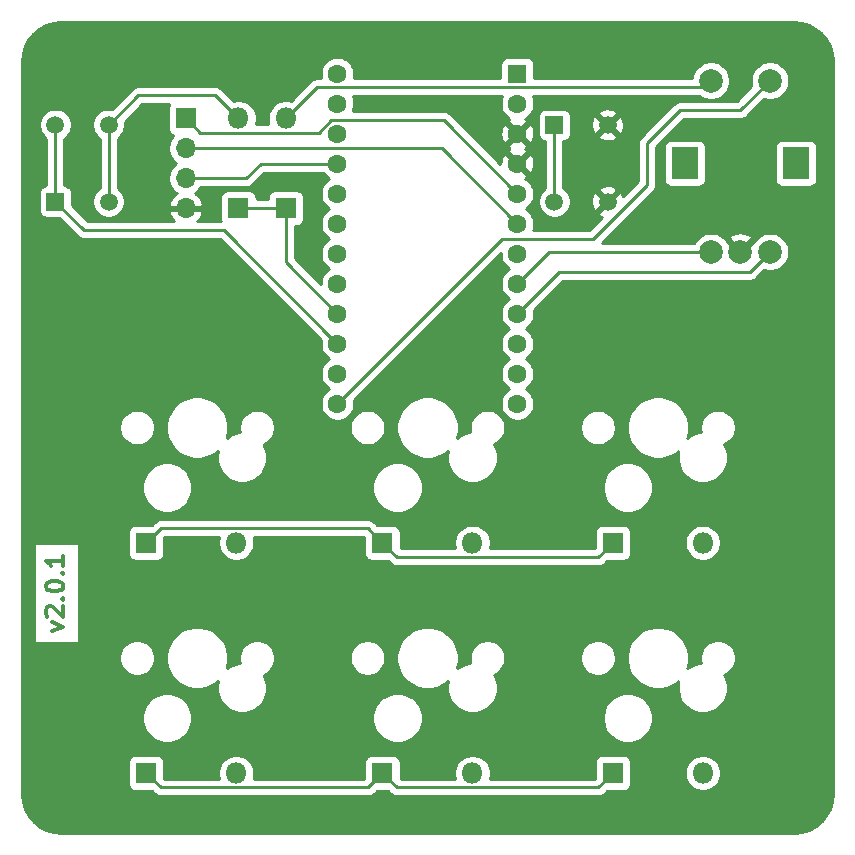
<source format=gbr>
%TF.GenerationSoftware,KiCad,Pcbnew,5.1.9-73d0e3b20d~88~ubuntu20.10.1*%
%TF.CreationDate,2021-04-24T17:05:30-07:00*%
%TF.ProjectId,macropad-v2_0_1,6d616372-6f70-4616-942d-76325f305f31,rev?*%
%TF.SameCoordinates,Original*%
%TF.FileFunction,Copper,L1,Top*%
%TF.FilePolarity,Positive*%
%FSLAX46Y46*%
G04 Gerber Fmt 4.6, Leading zero omitted, Abs format (unit mm)*
G04 Created by KiCad (PCBNEW 5.1.9-73d0e3b20d~88~ubuntu20.10.1) date 2021-04-24 17:05:30*
%MOMM*%
%LPD*%
G01*
G04 APERTURE LIST*
%TA.AperFunction,NonConductor*%
%ADD10C,0.300000*%
%TD*%
%TA.AperFunction,ComponentPad*%
%ADD11C,1.498000*%
%TD*%
%TA.AperFunction,ComponentPad*%
%ADD12R,1.498000X1.498000*%
%TD*%
%TA.AperFunction,ComponentPad*%
%ADD13R,1.600000X1.600000*%
%TD*%
%TA.AperFunction,ComponentPad*%
%ADD14C,1.600000*%
%TD*%
%TA.AperFunction,ComponentPad*%
%ADD15R,2.300000X2.700000*%
%TD*%
%TA.AperFunction,ComponentPad*%
%ADD16C,2.000000*%
%TD*%
%TA.AperFunction,ComponentPad*%
%ADD17O,1.800000X1.800000*%
%TD*%
%TA.AperFunction,ComponentPad*%
%ADD18R,1.800000X1.800000*%
%TD*%
%TA.AperFunction,ComponentPad*%
%ADD19O,1.700000X1.700000*%
%TD*%
%TA.AperFunction,ComponentPad*%
%ADD20R,1.700000X1.700000*%
%TD*%
%TA.AperFunction,Conductor*%
%ADD21C,0.250000*%
%TD*%
%TA.AperFunction,Conductor*%
%ADD22C,0.254000*%
%TD*%
%TA.AperFunction,Conductor*%
%ADD23C,0.100000*%
%TD*%
G04 APERTURE END LIST*
D10*
X3178571Y-52214285D02*
X4178571Y-51857142D01*
X3178571Y-51500000D01*
X2821428Y-51000000D02*
X2750000Y-50928571D01*
X2678571Y-50785714D01*
X2678571Y-50428571D01*
X2750000Y-50285714D01*
X2821428Y-50214285D01*
X2964285Y-50142857D01*
X3107142Y-50142857D01*
X3321428Y-50214285D01*
X4178571Y-51071428D01*
X4178571Y-50142857D01*
X4035714Y-49500000D02*
X4107142Y-49428571D01*
X4178571Y-49500000D01*
X4107142Y-49571428D01*
X4035714Y-49500000D01*
X4178571Y-49500000D01*
X2678571Y-48500000D02*
X2678571Y-48357142D01*
X2750000Y-48214285D01*
X2821428Y-48142857D01*
X2964285Y-48071428D01*
X3250000Y-48000000D01*
X3607142Y-48000000D01*
X3892857Y-48071428D01*
X4035714Y-48142857D01*
X4107142Y-48214285D01*
X4178571Y-48357142D01*
X4178571Y-48500000D01*
X4107142Y-48642857D01*
X4035714Y-48714285D01*
X3892857Y-48785714D01*
X3607142Y-48857142D01*
X3250000Y-48857142D01*
X2964285Y-48785714D01*
X2821428Y-48714285D01*
X2750000Y-48642857D01*
X2678571Y-48500000D01*
X4035714Y-47357142D02*
X4107142Y-47285714D01*
X4178571Y-47357142D01*
X4107142Y-47428571D01*
X4035714Y-47357142D01*
X4178571Y-47357142D01*
X4178571Y-45857142D02*
X4178571Y-46714285D01*
X4178571Y-46285714D02*
X2678571Y-46285714D01*
X2892857Y-46428571D01*
X3035714Y-46571428D01*
X3107142Y-46714285D01*
D11*
%TO.P,SW9,2*%
%TO.N,Net-(SW9-Pad1)*%
X45750000Y-15875000D03*
%TO.P,SW9,4*%
%TO.N,GND*%
X50250000Y-15875000D03*
D12*
%TO.P,SW9,1*%
%TO.N,Net-(SW9-Pad1)*%
X45750000Y-9375000D03*
D11*
%TO.P,SW9,3*%
%TO.N,GND*%
X50250000Y-9375000D03*
%TD*%
%TO.P,SW8,2*%
%TO.N,Col_2*%
X3500000Y-9375000D03*
%TO.P,SW8,4*%
%TO.N,Net-(D8-Pad2)*%
X8000000Y-9375000D03*
D12*
%TO.P,SW8,1*%
%TO.N,Col_2*%
X3500000Y-15875000D03*
D11*
%TO.P,SW8,3*%
%TO.N,Net-(D8-Pad2)*%
X8000000Y-15875000D03*
%TD*%
D13*
%TO.P,U1,1*%
%TO.N,Net-(U1-Pad1)*%
X42620000Y-5030000D03*
D14*
%TO.P,U1,2*%
%TO.N,Net-(U1-Pad2)*%
X42620000Y-7570000D03*
%TO.P,U1,3*%
%TO.N,GND*%
X42620000Y-10110000D03*
%TO.P,U1,4*%
X42620000Y-12650000D03*
%TO.P,U1,5*%
%TO.N,Net-(J1-Pad1)*%
X42620000Y-15190000D03*
%TO.P,U1,6*%
%TO.N,Net-(J1-Pad2)*%
X42620000Y-17730000D03*
%TO.P,U1,7*%
%TO.N,Net-(U1-Pad7)*%
X42620000Y-20270000D03*
%TO.P,U1,8*%
%TO.N,Encoder_A*%
X42620000Y-22810000D03*
%TO.P,U1,9*%
%TO.N,Encoder_B*%
X42620000Y-25350000D03*
%TO.P,U1,10*%
%TO.N,Net-(U1-Pad10)*%
X42620000Y-27890000D03*
%TO.P,U1,11*%
%TO.N,Row_0*%
X42620000Y-30430000D03*
%TO.P,U1,12*%
%TO.N,Row_1*%
X42620000Y-32970000D03*
%TO.P,U1,13*%
%TO.N,Col_1*%
X27380000Y-32970000D03*
%TO.P,U1,14*%
%TO.N,Col_0*%
X27380000Y-30430000D03*
%TO.P,U1,15*%
%TO.N,Col_2*%
X27380000Y-27890000D03*
%TO.P,U1,16*%
%TO.N,Row_Extra*%
X27380000Y-25350000D03*
%TO.P,U1,17*%
%TO.N,Net-(U1-Pad17)*%
X27380000Y-22810000D03*
%TO.P,U1,18*%
%TO.N,Net-(U1-Pad18)*%
X27380000Y-20270000D03*
%TO.P,U1,19*%
%TO.N,Net-(U1-Pad19)*%
X27380000Y-17730000D03*
%TO.P,U1,20*%
%TO.N,Net-(U1-Pad20)*%
X27380000Y-15190000D03*
%TO.P,U1,21*%
%TO.N,VCC*%
X27380000Y-12650000D03*
%TO.P,U1,22*%
%TO.N,Net-(SW9-Pad1)*%
X27380000Y-10110000D03*
%TO.P,U1,23*%
%TO.N,GND*%
X27380000Y-7570000D03*
%TO.P,U1,24*%
%TO.N,Net-(U1-Pad24)*%
X27380000Y-5030000D03*
%TD*%
D15*
%TO.P,SW7,MP*%
%TO.N,N/C*%
X66200000Y-12625000D03*
X56800000Y-12625000D03*
D16*
%TO.P,SW7,A*%
%TO.N,Encoder_A*%
X59000000Y-20125000D03*
%TO.P,SW7,C*%
%TO.N,GND*%
X61500000Y-20125000D03*
%TO.P,SW7,B*%
%TO.N,Encoder_B*%
X64000000Y-20125000D03*
%TO.P,SW7,S1*%
%TO.N,Encoder_S1*%
X59000000Y-5625000D03*
%TO.P,SW7,S2*%
%TO.N,Col_1*%
X64000000Y-5625000D03*
%TD*%
D17*
%TO.P,D1,2*%
%TO.N,Net-(D1-Pad2)*%
X18810000Y-44750000D03*
D18*
%TO.P,D1,1*%
%TO.N,Row_0*%
X11190000Y-44750000D03*
%TD*%
%TO.P,D2,1*%
%TO.N,Row_0*%
X31190000Y-44750000D03*
D17*
%TO.P,D2,2*%
%TO.N,Net-(D2-Pad2)*%
X38810000Y-44750000D03*
%TD*%
%TO.P,D3,2*%
%TO.N,Net-(D3-Pad2)*%
X58310000Y-44750000D03*
D18*
%TO.P,D3,1*%
%TO.N,Row_0*%
X50690000Y-44750000D03*
%TD*%
%TO.P,D4,1*%
%TO.N,Row_1*%
X11190000Y-64250000D03*
D17*
%TO.P,D4,2*%
%TO.N,Net-(D4-Pad2)*%
X18810000Y-64250000D03*
%TD*%
D18*
%TO.P,D5,1*%
%TO.N,Row_1*%
X31190000Y-64250000D03*
D17*
%TO.P,D5,2*%
%TO.N,Net-(D5-Pad2)*%
X38810000Y-64250000D03*
%TD*%
%TO.P,D6,2*%
%TO.N,Net-(D6-Pad2)*%
X58310000Y-64250000D03*
D18*
%TO.P,D6,1*%
%TO.N,Row_1*%
X50690000Y-64250000D03*
%TD*%
%TO.P,D7,1*%
%TO.N,Row_Extra*%
X23000000Y-16435000D03*
D17*
%TO.P,D7,2*%
%TO.N,Encoder_S1*%
X23000000Y-8815000D03*
%TD*%
%TO.P,D8,2*%
%TO.N,Net-(D8-Pad2)*%
X19000000Y-8815000D03*
D18*
%TO.P,D8,1*%
%TO.N,Row_Extra*%
X19000000Y-16435000D03*
%TD*%
D19*
%TO.P,J1,4*%
%TO.N,GND*%
X14520000Y-16435000D03*
%TO.P,J1,3*%
%TO.N,VCC*%
X14520000Y-13895000D03*
%TO.P,J1,2*%
%TO.N,Net-(J1-Pad2)*%
X14520000Y-11355000D03*
D20*
%TO.P,J1,1*%
%TO.N,Net-(J1-Pad1)*%
X14520000Y-8815000D03*
%TD*%
D21*
%TO.N,Row_0*%
X32415001Y-45975001D02*
X31190000Y-44750000D01*
X49464999Y-45975001D02*
X32415001Y-45975001D01*
X50690000Y-44750000D02*
X49464999Y-45975001D01*
X29964999Y-43524999D02*
X12415001Y-43524999D01*
X12415001Y-43524999D02*
X11190000Y-44750000D01*
X31190000Y-44750000D02*
X29964999Y-43524999D01*
%TO.N,Row_1*%
X29964999Y-65475001D02*
X31190000Y-64250000D01*
X12415001Y-65475001D02*
X29964999Y-65475001D01*
X11190000Y-64250000D02*
X12415001Y-65475001D01*
X49464999Y-65475001D02*
X50690000Y-64250000D01*
X32415001Y-65475001D02*
X49464999Y-65475001D01*
X31190000Y-64250000D02*
X32415001Y-65475001D01*
%TO.N,Row_Extra*%
X19000000Y-16435000D02*
X23000000Y-16435000D01*
X23000000Y-20970000D02*
X27380000Y-25350000D01*
X23000000Y-16435000D02*
X23000000Y-20970000D01*
%TO.N,Encoder_S1*%
X58469999Y-6155001D02*
X59000000Y-5625000D01*
X25659999Y-6155001D02*
X58469999Y-6155001D01*
X23000000Y-8815000D02*
X25659999Y-6155001D01*
%TO.N,Net-(D8-Pad2)*%
X19000000Y-8815000D02*
X17043000Y-6858000D01*
X10517000Y-6858000D02*
X8000000Y-9375000D01*
X17043000Y-6858000D02*
X10517000Y-6858000D01*
X8000000Y-9375000D02*
X8000000Y-15875000D01*
%TO.N,VCC*%
X14520000Y-13895000D02*
X19633000Y-13895000D01*
X20878000Y-12650000D02*
X27380000Y-12650000D01*
X19633000Y-13895000D02*
X20878000Y-12650000D01*
%TO.N,Net-(J1-Pad2)*%
X36245000Y-11355000D02*
X42620000Y-17730000D01*
X14520000Y-11355000D02*
X36245000Y-11355000D01*
%TO.N,Net-(J1-Pad1)*%
X36414999Y-8984999D02*
X42620000Y-15190000D01*
X25784997Y-10040001D02*
X26839999Y-8984999D01*
X15745001Y-10040001D02*
X25784997Y-10040001D01*
X26839999Y-8984999D02*
X36414999Y-8984999D01*
X14520000Y-8815000D02*
X15745001Y-10040001D01*
%TO.N,Col_1*%
X27380000Y-32970000D02*
X41300000Y-19050000D01*
X41300000Y-19050000D02*
X49022000Y-19050000D01*
X49022000Y-19050000D02*
X53594000Y-14478000D01*
X53594000Y-14478000D02*
X53594000Y-10922000D01*
X53594000Y-10922000D02*
X56388000Y-8128000D01*
X61497000Y-8128000D02*
X64000000Y-5625000D01*
X56388000Y-8128000D02*
X61497000Y-8128000D01*
%TO.N,Col_2*%
X3500000Y-9375000D02*
X3500000Y-15875000D01*
X3500000Y-15875000D02*
X5913000Y-18288000D01*
X17778000Y-18288000D02*
X27380000Y-27890000D01*
X5913000Y-18288000D02*
X17778000Y-18288000D01*
%TO.N,Net-(SW9-Pad1)*%
X45750000Y-15875000D02*
X45750000Y-9375000D01*
%TO.N,Encoder_A*%
X45305000Y-20125000D02*
X42620000Y-22810000D01*
X59000000Y-20125000D02*
X45305000Y-20125000D01*
%TO.N,Encoder_B*%
X64000000Y-20125000D02*
X62281000Y-21844000D01*
X46126000Y-21844000D02*
X42620000Y-25350000D01*
X62281000Y-21844000D02*
X46126000Y-21844000D01*
%TD*%
D22*
%TO.N,GND*%
X66648126Y-726714D02*
X67271572Y-914943D01*
X67846579Y-1220681D01*
X68351247Y-1632279D01*
X68766362Y-2134067D01*
X69076105Y-2706924D01*
X69268682Y-3329039D01*
X69340000Y-4007584D01*
X69340001Y-65967711D01*
X69273286Y-66648126D01*
X69085057Y-67271570D01*
X68779323Y-67846573D01*
X68367721Y-68351248D01*
X67865933Y-68766362D01*
X67293077Y-69076104D01*
X66670961Y-69268682D01*
X65992417Y-69340000D01*
X4032279Y-69340000D01*
X3351874Y-69273286D01*
X2728430Y-69085057D01*
X2153427Y-68779323D01*
X1648752Y-68367721D01*
X1233638Y-67865933D01*
X923896Y-67293077D01*
X731318Y-66670961D01*
X660000Y-65992417D01*
X660000Y-63350000D01*
X9651928Y-63350000D01*
X9651928Y-65150000D01*
X9664188Y-65274482D01*
X9700498Y-65394180D01*
X9759463Y-65504494D01*
X9838815Y-65601185D01*
X9935506Y-65680537D01*
X10045820Y-65739502D01*
X10165518Y-65775812D01*
X10290000Y-65788072D01*
X11653270Y-65788072D01*
X11851202Y-65986004D01*
X11875000Y-66015002D01*
X11903998Y-66038800D01*
X11990724Y-66109975D01*
X12107664Y-66172481D01*
X12122754Y-66180547D01*
X12266015Y-66224004D01*
X12377668Y-66235001D01*
X12377677Y-66235001D01*
X12415000Y-66238677D01*
X12452323Y-66235001D01*
X29927677Y-66235001D01*
X29964999Y-66238677D01*
X30002321Y-66235001D01*
X30002332Y-66235001D01*
X30113985Y-66224004D01*
X30257246Y-66180547D01*
X30389275Y-66109975D01*
X30505000Y-66015002D01*
X30528803Y-65985998D01*
X30726729Y-65788072D01*
X31653270Y-65788072D01*
X31851202Y-65986004D01*
X31875000Y-66015002D01*
X31903998Y-66038800D01*
X31990724Y-66109975D01*
X32107664Y-66172481D01*
X32122754Y-66180547D01*
X32266015Y-66224004D01*
X32377668Y-66235001D01*
X32377677Y-66235001D01*
X32415000Y-66238677D01*
X32452323Y-66235001D01*
X49427677Y-66235001D01*
X49464999Y-66238677D01*
X49502321Y-66235001D01*
X49502332Y-66235001D01*
X49613985Y-66224004D01*
X49757246Y-66180547D01*
X49889275Y-66109975D01*
X50005000Y-66015002D01*
X50028803Y-65985998D01*
X50226729Y-65788072D01*
X51590000Y-65788072D01*
X51714482Y-65775812D01*
X51834180Y-65739502D01*
X51944494Y-65680537D01*
X52041185Y-65601185D01*
X52120537Y-65504494D01*
X52179502Y-65394180D01*
X52215812Y-65274482D01*
X52228072Y-65150000D01*
X52228072Y-64098816D01*
X56775000Y-64098816D01*
X56775000Y-64401184D01*
X56833989Y-64697743D01*
X56949701Y-64977095D01*
X57117688Y-65228505D01*
X57331495Y-65442312D01*
X57582905Y-65610299D01*
X57862257Y-65726011D01*
X58158816Y-65785000D01*
X58461184Y-65785000D01*
X58757743Y-65726011D01*
X59037095Y-65610299D01*
X59288505Y-65442312D01*
X59502312Y-65228505D01*
X59670299Y-64977095D01*
X59786011Y-64697743D01*
X59845000Y-64401184D01*
X59845000Y-64098816D01*
X59786011Y-63802257D01*
X59670299Y-63522905D01*
X59502312Y-63271495D01*
X59288505Y-63057688D01*
X59037095Y-62889701D01*
X58757743Y-62773989D01*
X58461184Y-62715000D01*
X58158816Y-62715000D01*
X57862257Y-62773989D01*
X57582905Y-62889701D01*
X57331495Y-63057688D01*
X57117688Y-63271495D01*
X56949701Y-63522905D01*
X56833989Y-63802257D01*
X56775000Y-64098816D01*
X52228072Y-64098816D01*
X52228072Y-63350000D01*
X52215812Y-63225518D01*
X52179502Y-63105820D01*
X52120537Y-62995506D01*
X52041185Y-62898815D01*
X51944494Y-62819463D01*
X51834180Y-62760498D01*
X51714482Y-62724188D01*
X51590000Y-62711928D01*
X49790000Y-62711928D01*
X49665518Y-62724188D01*
X49545820Y-62760498D01*
X49435506Y-62819463D01*
X49338815Y-62898815D01*
X49259463Y-62995506D01*
X49200498Y-63105820D01*
X49164188Y-63225518D01*
X49151928Y-63350000D01*
X49151928Y-64713271D01*
X49150198Y-64715001D01*
X40278862Y-64715001D01*
X40286011Y-64697743D01*
X40345000Y-64401184D01*
X40345000Y-64098816D01*
X40286011Y-63802257D01*
X40170299Y-63522905D01*
X40002312Y-63271495D01*
X39788505Y-63057688D01*
X39537095Y-62889701D01*
X39257743Y-62773989D01*
X38961184Y-62715000D01*
X38658816Y-62715000D01*
X38362257Y-62773989D01*
X38082905Y-62889701D01*
X37831495Y-63057688D01*
X37617688Y-63271495D01*
X37449701Y-63522905D01*
X37333989Y-63802257D01*
X37275000Y-64098816D01*
X37275000Y-64401184D01*
X37333989Y-64697743D01*
X37341138Y-64715001D01*
X32729803Y-64715001D01*
X32728072Y-64713270D01*
X32728072Y-63350000D01*
X32715812Y-63225518D01*
X32679502Y-63105820D01*
X32620537Y-62995506D01*
X32541185Y-62898815D01*
X32444494Y-62819463D01*
X32334180Y-62760498D01*
X32214482Y-62724188D01*
X32090000Y-62711928D01*
X30290000Y-62711928D01*
X30165518Y-62724188D01*
X30045820Y-62760498D01*
X29935506Y-62819463D01*
X29838815Y-62898815D01*
X29759463Y-62995506D01*
X29700498Y-63105820D01*
X29664188Y-63225518D01*
X29651928Y-63350000D01*
X29651928Y-64713271D01*
X29650198Y-64715001D01*
X20278862Y-64715001D01*
X20286011Y-64697743D01*
X20345000Y-64401184D01*
X20345000Y-64098816D01*
X20286011Y-63802257D01*
X20170299Y-63522905D01*
X20002312Y-63271495D01*
X19788505Y-63057688D01*
X19537095Y-62889701D01*
X19257743Y-62773989D01*
X18961184Y-62715000D01*
X18658816Y-62715000D01*
X18362257Y-62773989D01*
X18082905Y-62889701D01*
X17831495Y-63057688D01*
X17617688Y-63271495D01*
X17449701Y-63522905D01*
X17333989Y-63802257D01*
X17275000Y-64098816D01*
X17275000Y-64401184D01*
X17333989Y-64697743D01*
X17341138Y-64715001D01*
X12729803Y-64715001D01*
X12728072Y-64713270D01*
X12728072Y-63350000D01*
X12715812Y-63225518D01*
X12679502Y-63105820D01*
X12620537Y-62995506D01*
X12541185Y-62898815D01*
X12444494Y-62819463D01*
X12334180Y-62760498D01*
X12214482Y-62724188D01*
X12090000Y-62711928D01*
X10290000Y-62711928D01*
X10165518Y-62724188D01*
X10045820Y-62760498D01*
X9935506Y-62819463D01*
X9838815Y-62898815D01*
X9759463Y-62995506D01*
X9700498Y-63105820D01*
X9664188Y-63225518D01*
X9651928Y-63350000D01*
X660000Y-63350000D01*
X660000Y-59369721D01*
X10825000Y-59369721D01*
X10825000Y-59790279D01*
X10907047Y-60202756D01*
X11067988Y-60591302D01*
X11301637Y-60940983D01*
X11599017Y-61238363D01*
X11948698Y-61472012D01*
X12337244Y-61632953D01*
X12749721Y-61715000D01*
X13170279Y-61715000D01*
X13582756Y-61632953D01*
X13971302Y-61472012D01*
X14320983Y-61238363D01*
X14618363Y-60940983D01*
X14852012Y-60591302D01*
X15012953Y-60202756D01*
X15095000Y-59790279D01*
X15095000Y-59369721D01*
X30325000Y-59369721D01*
X30325000Y-59790279D01*
X30407047Y-60202756D01*
X30567988Y-60591302D01*
X30801637Y-60940983D01*
X31099017Y-61238363D01*
X31448698Y-61472012D01*
X31837244Y-61632953D01*
X32249721Y-61715000D01*
X32670279Y-61715000D01*
X33082756Y-61632953D01*
X33471302Y-61472012D01*
X33820983Y-61238363D01*
X34118363Y-60940983D01*
X34352012Y-60591302D01*
X34512953Y-60202756D01*
X34595000Y-59790279D01*
X34595000Y-59369721D01*
X49825000Y-59369721D01*
X49825000Y-59790279D01*
X49907047Y-60202756D01*
X50067988Y-60591302D01*
X50301637Y-60940983D01*
X50599017Y-61238363D01*
X50948698Y-61472012D01*
X51337244Y-61632953D01*
X51749721Y-61715000D01*
X52170279Y-61715000D01*
X52582756Y-61632953D01*
X52971302Y-61472012D01*
X53320983Y-61238363D01*
X53618363Y-60940983D01*
X53852012Y-60591302D01*
X54012953Y-60202756D01*
X54095000Y-59790279D01*
X54095000Y-59369721D01*
X54012953Y-58957244D01*
X53852012Y-58568698D01*
X53618363Y-58219017D01*
X53320983Y-57921637D01*
X52971302Y-57687988D01*
X52582756Y-57527047D01*
X52170279Y-57445000D01*
X51749721Y-57445000D01*
X51337244Y-57527047D01*
X50948698Y-57687988D01*
X50599017Y-57921637D01*
X50301637Y-58219017D01*
X50067988Y-58568698D01*
X49907047Y-58957244D01*
X49825000Y-59369721D01*
X34595000Y-59369721D01*
X34512953Y-58957244D01*
X34352012Y-58568698D01*
X34118363Y-58219017D01*
X33820983Y-57921637D01*
X33471302Y-57687988D01*
X33082756Y-57527047D01*
X32670279Y-57445000D01*
X32249721Y-57445000D01*
X31837244Y-57527047D01*
X31448698Y-57687988D01*
X31099017Y-57921637D01*
X30801637Y-58219017D01*
X30567988Y-58568698D01*
X30407047Y-58957244D01*
X30325000Y-59369721D01*
X15095000Y-59369721D01*
X15012953Y-58957244D01*
X14852012Y-58568698D01*
X14618363Y-58219017D01*
X14320983Y-57921637D01*
X13971302Y-57687988D01*
X13582756Y-57527047D01*
X13170279Y-57445000D01*
X12749721Y-57445000D01*
X12337244Y-57527047D01*
X11948698Y-57687988D01*
X11599017Y-57921637D01*
X11301637Y-58219017D01*
X11067988Y-58568698D01*
X10907047Y-58957244D01*
X10825000Y-59369721D01*
X660000Y-59369721D01*
X660000Y-54351278D01*
X8910000Y-54351278D01*
X8910000Y-54648722D01*
X8968029Y-54940451D01*
X9081856Y-55215253D01*
X9247107Y-55462569D01*
X9457431Y-55672893D01*
X9704747Y-55838144D01*
X9979549Y-55951971D01*
X10271278Y-56010000D01*
X10568722Y-56010000D01*
X10860451Y-55951971D01*
X11135253Y-55838144D01*
X11382569Y-55672893D01*
X11592893Y-55462569D01*
X11758144Y-55215253D01*
X11871971Y-54940451D01*
X11930000Y-54648722D01*
X11930000Y-54351278D01*
X11907960Y-54240475D01*
X12865000Y-54240475D01*
X12865000Y-54759525D01*
X12966261Y-55268601D01*
X13164893Y-55748141D01*
X13453262Y-56179715D01*
X13820285Y-56546738D01*
X14251859Y-56835107D01*
X14731399Y-57033739D01*
X15240475Y-57135000D01*
X15759525Y-57135000D01*
X16268601Y-57033739D01*
X16748141Y-56835107D01*
X17179715Y-56546738D01*
X17244095Y-56482358D01*
X17175000Y-56829721D01*
X17175000Y-57250279D01*
X17257047Y-57662756D01*
X17417988Y-58051302D01*
X17651637Y-58400983D01*
X17949017Y-58698363D01*
X18298698Y-58932012D01*
X18687244Y-59092953D01*
X19099721Y-59175000D01*
X19520279Y-59175000D01*
X19932756Y-59092953D01*
X20321302Y-58932012D01*
X20670983Y-58698363D01*
X20968363Y-58400983D01*
X21202012Y-58051302D01*
X21362953Y-57662756D01*
X21445000Y-57250279D01*
X21445000Y-56829721D01*
X21362953Y-56417244D01*
X21202012Y-56028698D01*
X21122501Y-55909701D01*
X21295253Y-55838144D01*
X21542569Y-55672893D01*
X21752893Y-55462569D01*
X21918144Y-55215253D01*
X22031971Y-54940451D01*
X22090000Y-54648722D01*
X22090000Y-54351278D01*
X28410000Y-54351278D01*
X28410000Y-54648722D01*
X28468029Y-54940451D01*
X28581856Y-55215253D01*
X28747107Y-55462569D01*
X28957431Y-55672893D01*
X29204747Y-55838144D01*
X29479549Y-55951971D01*
X29771278Y-56010000D01*
X30068722Y-56010000D01*
X30360451Y-55951971D01*
X30635253Y-55838144D01*
X30882569Y-55672893D01*
X31092893Y-55462569D01*
X31258144Y-55215253D01*
X31371971Y-54940451D01*
X31430000Y-54648722D01*
X31430000Y-54351278D01*
X31407960Y-54240475D01*
X32365000Y-54240475D01*
X32365000Y-54759525D01*
X32466261Y-55268601D01*
X32664893Y-55748141D01*
X32953262Y-56179715D01*
X33320285Y-56546738D01*
X33751859Y-56835107D01*
X34231399Y-57033739D01*
X34740475Y-57135000D01*
X35259525Y-57135000D01*
X35768601Y-57033739D01*
X36248141Y-56835107D01*
X36679715Y-56546738D01*
X36744095Y-56482358D01*
X36675000Y-56829721D01*
X36675000Y-57250279D01*
X36757047Y-57662756D01*
X36917988Y-58051302D01*
X37151637Y-58400983D01*
X37449017Y-58698363D01*
X37798698Y-58932012D01*
X38187244Y-59092953D01*
X38599721Y-59175000D01*
X39020279Y-59175000D01*
X39432756Y-59092953D01*
X39821302Y-58932012D01*
X40170983Y-58698363D01*
X40468363Y-58400983D01*
X40702012Y-58051302D01*
X40862953Y-57662756D01*
X40945000Y-57250279D01*
X40945000Y-56829721D01*
X40862953Y-56417244D01*
X40702012Y-56028698D01*
X40622501Y-55909701D01*
X40795253Y-55838144D01*
X41042569Y-55672893D01*
X41252893Y-55462569D01*
X41418144Y-55215253D01*
X41531971Y-54940451D01*
X41590000Y-54648722D01*
X41590000Y-54351278D01*
X47910000Y-54351278D01*
X47910000Y-54648722D01*
X47968029Y-54940451D01*
X48081856Y-55215253D01*
X48247107Y-55462569D01*
X48457431Y-55672893D01*
X48704747Y-55838144D01*
X48979549Y-55951971D01*
X49271278Y-56010000D01*
X49568722Y-56010000D01*
X49860451Y-55951971D01*
X50135253Y-55838144D01*
X50382569Y-55672893D01*
X50592893Y-55462569D01*
X50758144Y-55215253D01*
X50871971Y-54940451D01*
X50930000Y-54648722D01*
X50930000Y-54351278D01*
X50907960Y-54240475D01*
X51865000Y-54240475D01*
X51865000Y-54759525D01*
X51966261Y-55268601D01*
X52164893Y-55748141D01*
X52453262Y-56179715D01*
X52820285Y-56546738D01*
X53251859Y-56835107D01*
X53731399Y-57033739D01*
X54240475Y-57135000D01*
X54759525Y-57135000D01*
X55268601Y-57033739D01*
X55748141Y-56835107D01*
X56179715Y-56546738D01*
X56244095Y-56482358D01*
X56175000Y-56829721D01*
X56175000Y-57250279D01*
X56257047Y-57662756D01*
X56417988Y-58051302D01*
X56651637Y-58400983D01*
X56949017Y-58698363D01*
X57298698Y-58932012D01*
X57687244Y-59092953D01*
X58099721Y-59175000D01*
X58520279Y-59175000D01*
X58932756Y-59092953D01*
X59321302Y-58932012D01*
X59670983Y-58698363D01*
X59968363Y-58400983D01*
X60202012Y-58051302D01*
X60362953Y-57662756D01*
X60445000Y-57250279D01*
X60445000Y-56829721D01*
X60362953Y-56417244D01*
X60202012Y-56028698D01*
X60122501Y-55909701D01*
X60295253Y-55838144D01*
X60542569Y-55672893D01*
X60752893Y-55462569D01*
X60918144Y-55215253D01*
X61031971Y-54940451D01*
X61090000Y-54648722D01*
X61090000Y-54351278D01*
X61031971Y-54059549D01*
X60918144Y-53784747D01*
X60752893Y-53537431D01*
X60542569Y-53327107D01*
X60295253Y-53161856D01*
X60020451Y-53048029D01*
X59728722Y-52990000D01*
X59431278Y-52990000D01*
X59139549Y-53048029D01*
X58864747Y-53161856D01*
X58617431Y-53327107D01*
X58407107Y-53537431D01*
X58241856Y-53784747D01*
X58128029Y-54059549D01*
X58070000Y-54351278D01*
X58070000Y-54648722D01*
X58120977Y-54905000D01*
X58099721Y-54905000D01*
X57687244Y-54987047D01*
X57298698Y-55147988D01*
X57001422Y-55346621D01*
X57033739Y-55268601D01*
X57135000Y-54759525D01*
X57135000Y-54240475D01*
X57033739Y-53731399D01*
X56835107Y-53251859D01*
X56546738Y-52820285D01*
X56179715Y-52453262D01*
X55748141Y-52164893D01*
X55268601Y-51966261D01*
X54759525Y-51865000D01*
X54240475Y-51865000D01*
X53731399Y-51966261D01*
X53251859Y-52164893D01*
X52820285Y-52453262D01*
X52453262Y-52820285D01*
X52164893Y-53251859D01*
X51966261Y-53731399D01*
X51865000Y-54240475D01*
X50907960Y-54240475D01*
X50871971Y-54059549D01*
X50758144Y-53784747D01*
X50592893Y-53537431D01*
X50382569Y-53327107D01*
X50135253Y-53161856D01*
X49860451Y-53048029D01*
X49568722Y-52990000D01*
X49271278Y-52990000D01*
X48979549Y-53048029D01*
X48704747Y-53161856D01*
X48457431Y-53327107D01*
X48247107Y-53537431D01*
X48081856Y-53784747D01*
X47968029Y-54059549D01*
X47910000Y-54351278D01*
X41590000Y-54351278D01*
X41531971Y-54059549D01*
X41418144Y-53784747D01*
X41252893Y-53537431D01*
X41042569Y-53327107D01*
X40795253Y-53161856D01*
X40520451Y-53048029D01*
X40228722Y-52990000D01*
X39931278Y-52990000D01*
X39639549Y-53048029D01*
X39364747Y-53161856D01*
X39117431Y-53327107D01*
X38907107Y-53537431D01*
X38741856Y-53784747D01*
X38628029Y-54059549D01*
X38570000Y-54351278D01*
X38570000Y-54648722D01*
X38620977Y-54905000D01*
X38599721Y-54905000D01*
X38187244Y-54987047D01*
X37798698Y-55147988D01*
X37501422Y-55346621D01*
X37533739Y-55268601D01*
X37635000Y-54759525D01*
X37635000Y-54240475D01*
X37533739Y-53731399D01*
X37335107Y-53251859D01*
X37046738Y-52820285D01*
X36679715Y-52453262D01*
X36248141Y-52164893D01*
X35768601Y-51966261D01*
X35259525Y-51865000D01*
X34740475Y-51865000D01*
X34231399Y-51966261D01*
X33751859Y-52164893D01*
X33320285Y-52453262D01*
X32953262Y-52820285D01*
X32664893Y-53251859D01*
X32466261Y-53731399D01*
X32365000Y-54240475D01*
X31407960Y-54240475D01*
X31371971Y-54059549D01*
X31258144Y-53784747D01*
X31092893Y-53537431D01*
X30882569Y-53327107D01*
X30635253Y-53161856D01*
X30360451Y-53048029D01*
X30068722Y-52990000D01*
X29771278Y-52990000D01*
X29479549Y-53048029D01*
X29204747Y-53161856D01*
X28957431Y-53327107D01*
X28747107Y-53537431D01*
X28581856Y-53784747D01*
X28468029Y-54059549D01*
X28410000Y-54351278D01*
X22090000Y-54351278D01*
X22031971Y-54059549D01*
X21918144Y-53784747D01*
X21752893Y-53537431D01*
X21542569Y-53327107D01*
X21295253Y-53161856D01*
X21020451Y-53048029D01*
X20728722Y-52990000D01*
X20431278Y-52990000D01*
X20139549Y-53048029D01*
X19864747Y-53161856D01*
X19617431Y-53327107D01*
X19407107Y-53537431D01*
X19241856Y-53784747D01*
X19128029Y-54059549D01*
X19070000Y-54351278D01*
X19070000Y-54648722D01*
X19120977Y-54905000D01*
X19099721Y-54905000D01*
X18687244Y-54987047D01*
X18298698Y-55147988D01*
X18001422Y-55346621D01*
X18033739Y-55268601D01*
X18135000Y-54759525D01*
X18135000Y-54240475D01*
X18033739Y-53731399D01*
X17835107Y-53251859D01*
X17546738Y-52820285D01*
X17179715Y-52453262D01*
X16748141Y-52164893D01*
X16268601Y-51966261D01*
X15759525Y-51865000D01*
X15240475Y-51865000D01*
X14731399Y-51966261D01*
X14251859Y-52164893D01*
X13820285Y-52453262D01*
X13453262Y-52820285D01*
X13164893Y-53251859D01*
X12966261Y-53731399D01*
X12865000Y-54240475D01*
X11907960Y-54240475D01*
X11871971Y-54059549D01*
X11758144Y-53784747D01*
X11592893Y-53537431D01*
X11382569Y-53327107D01*
X11135253Y-53161856D01*
X10860451Y-53048029D01*
X10568722Y-52990000D01*
X10271278Y-52990000D01*
X9979549Y-53048029D01*
X9704747Y-53161856D01*
X9457431Y-53327107D01*
X9247107Y-53537431D01*
X9081856Y-53784747D01*
X8968029Y-54059549D01*
X8910000Y-54351278D01*
X660000Y-54351278D01*
X660000Y-44786428D01*
X1710000Y-44786428D01*
X1710000Y-53213571D01*
X5530000Y-53213571D01*
X5530000Y-44786428D01*
X1710000Y-44786428D01*
X660000Y-44786428D01*
X660000Y-43850000D01*
X9651928Y-43850000D01*
X9651928Y-45650000D01*
X9664188Y-45774482D01*
X9700498Y-45894180D01*
X9759463Y-46004494D01*
X9838815Y-46101185D01*
X9935506Y-46180537D01*
X10045820Y-46239502D01*
X10165518Y-46275812D01*
X10290000Y-46288072D01*
X12090000Y-46288072D01*
X12214482Y-46275812D01*
X12334180Y-46239502D01*
X12444494Y-46180537D01*
X12541185Y-46101185D01*
X12620537Y-46004494D01*
X12679502Y-45894180D01*
X12715812Y-45774482D01*
X12728072Y-45650000D01*
X12728072Y-44286730D01*
X12729803Y-44284999D01*
X17341138Y-44284999D01*
X17333989Y-44302257D01*
X17275000Y-44598816D01*
X17275000Y-44901184D01*
X17333989Y-45197743D01*
X17449701Y-45477095D01*
X17617688Y-45728505D01*
X17831495Y-45942312D01*
X18082905Y-46110299D01*
X18362257Y-46226011D01*
X18658816Y-46285000D01*
X18961184Y-46285000D01*
X19257743Y-46226011D01*
X19537095Y-46110299D01*
X19788505Y-45942312D01*
X20002312Y-45728505D01*
X20170299Y-45477095D01*
X20286011Y-45197743D01*
X20345000Y-44901184D01*
X20345000Y-44598816D01*
X20286011Y-44302257D01*
X20278862Y-44284999D01*
X29650198Y-44284999D01*
X29651928Y-44286729D01*
X29651928Y-45650000D01*
X29664188Y-45774482D01*
X29700498Y-45894180D01*
X29759463Y-46004494D01*
X29838815Y-46101185D01*
X29935506Y-46180537D01*
X30045820Y-46239502D01*
X30165518Y-46275812D01*
X30290000Y-46288072D01*
X31653270Y-46288072D01*
X31851202Y-46486004D01*
X31875000Y-46515002D01*
X31903998Y-46538800D01*
X31990724Y-46609975D01*
X32122754Y-46680547D01*
X32266015Y-46724004D01*
X32377668Y-46735001D01*
X32377677Y-46735001D01*
X32415000Y-46738677D01*
X32452323Y-46735001D01*
X49427677Y-46735001D01*
X49464999Y-46738677D01*
X49502321Y-46735001D01*
X49502332Y-46735001D01*
X49613985Y-46724004D01*
X49757246Y-46680547D01*
X49889275Y-46609975D01*
X50005000Y-46515002D01*
X50028803Y-46485998D01*
X50226729Y-46288072D01*
X51590000Y-46288072D01*
X51714482Y-46275812D01*
X51834180Y-46239502D01*
X51944494Y-46180537D01*
X52041185Y-46101185D01*
X52120537Y-46004494D01*
X52179502Y-45894180D01*
X52215812Y-45774482D01*
X52228072Y-45650000D01*
X52228072Y-44598816D01*
X56775000Y-44598816D01*
X56775000Y-44901184D01*
X56833989Y-45197743D01*
X56949701Y-45477095D01*
X57117688Y-45728505D01*
X57331495Y-45942312D01*
X57582905Y-46110299D01*
X57862257Y-46226011D01*
X58158816Y-46285000D01*
X58461184Y-46285000D01*
X58757743Y-46226011D01*
X59037095Y-46110299D01*
X59288505Y-45942312D01*
X59502312Y-45728505D01*
X59670299Y-45477095D01*
X59786011Y-45197743D01*
X59845000Y-44901184D01*
X59845000Y-44598816D01*
X59786011Y-44302257D01*
X59670299Y-44022905D01*
X59502312Y-43771495D01*
X59288505Y-43557688D01*
X59037095Y-43389701D01*
X58757743Y-43273989D01*
X58461184Y-43215000D01*
X58158816Y-43215000D01*
X57862257Y-43273989D01*
X57582905Y-43389701D01*
X57331495Y-43557688D01*
X57117688Y-43771495D01*
X56949701Y-44022905D01*
X56833989Y-44302257D01*
X56775000Y-44598816D01*
X52228072Y-44598816D01*
X52228072Y-43850000D01*
X52215812Y-43725518D01*
X52179502Y-43605820D01*
X52120537Y-43495506D01*
X52041185Y-43398815D01*
X51944494Y-43319463D01*
X51834180Y-43260498D01*
X51714482Y-43224188D01*
X51590000Y-43211928D01*
X49790000Y-43211928D01*
X49665518Y-43224188D01*
X49545820Y-43260498D01*
X49435506Y-43319463D01*
X49338815Y-43398815D01*
X49259463Y-43495506D01*
X49200498Y-43605820D01*
X49164188Y-43725518D01*
X49151928Y-43850000D01*
X49151928Y-45213271D01*
X49150198Y-45215001D01*
X40278862Y-45215001D01*
X40286011Y-45197743D01*
X40345000Y-44901184D01*
X40345000Y-44598816D01*
X40286011Y-44302257D01*
X40170299Y-44022905D01*
X40002312Y-43771495D01*
X39788505Y-43557688D01*
X39537095Y-43389701D01*
X39257743Y-43273989D01*
X38961184Y-43215000D01*
X38658816Y-43215000D01*
X38362257Y-43273989D01*
X38082905Y-43389701D01*
X37831495Y-43557688D01*
X37617688Y-43771495D01*
X37449701Y-44022905D01*
X37333989Y-44302257D01*
X37275000Y-44598816D01*
X37275000Y-44901184D01*
X37333989Y-45197743D01*
X37341138Y-45215001D01*
X32729803Y-45215001D01*
X32728072Y-45213270D01*
X32728072Y-43850000D01*
X32715812Y-43725518D01*
X32679502Y-43605820D01*
X32620537Y-43495506D01*
X32541185Y-43398815D01*
X32444494Y-43319463D01*
X32334180Y-43260498D01*
X32214482Y-43224188D01*
X32090000Y-43211928D01*
X30726729Y-43211928D01*
X30528803Y-43014002D01*
X30505000Y-42984998D01*
X30389275Y-42890025D01*
X30257246Y-42819453D01*
X30113985Y-42775996D01*
X30002332Y-42764999D01*
X30002321Y-42764999D01*
X29964999Y-42761323D01*
X29927677Y-42764999D01*
X12452323Y-42764999D01*
X12415000Y-42761323D01*
X12377677Y-42764999D01*
X12377668Y-42764999D01*
X12266015Y-42775996D01*
X12122754Y-42819453D01*
X11990724Y-42890025D01*
X11907084Y-42958667D01*
X11875000Y-42984998D01*
X11851202Y-43013996D01*
X11653270Y-43211928D01*
X10290000Y-43211928D01*
X10165518Y-43224188D01*
X10045820Y-43260498D01*
X9935506Y-43319463D01*
X9838815Y-43398815D01*
X9759463Y-43495506D01*
X9700498Y-43605820D01*
X9664188Y-43725518D01*
X9651928Y-43850000D01*
X660000Y-43850000D01*
X660000Y-39869721D01*
X10825000Y-39869721D01*
X10825000Y-40290279D01*
X10907047Y-40702756D01*
X11067988Y-41091302D01*
X11301637Y-41440983D01*
X11599017Y-41738363D01*
X11948698Y-41972012D01*
X12337244Y-42132953D01*
X12749721Y-42215000D01*
X13170279Y-42215000D01*
X13582756Y-42132953D01*
X13971302Y-41972012D01*
X14320983Y-41738363D01*
X14618363Y-41440983D01*
X14852012Y-41091302D01*
X15012953Y-40702756D01*
X15095000Y-40290279D01*
X15095000Y-39869721D01*
X30325000Y-39869721D01*
X30325000Y-40290279D01*
X30407047Y-40702756D01*
X30567988Y-41091302D01*
X30801637Y-41440983D01*
X31099017Y-41738363D01*
X31448698Y-41972012D01*
X31837244Y-42132953D01*
X32249721Y-42215000D01*
X32670279Y-42215000D01*
X33082756Y-42132953D01*
X33471302Y-41972012D01*
X33820983Y-41738363D01*
X34118363Y-41440983D01*
X34352012Y-41091302D01*
X34512953Y-40702756D01*
X34595000Y-40290279D01*
X34595000Y-39869721D01*
X49825000Y-39869721D01*
X49825000Y-40290279D01*
X49907047Y-40702756D01*
X50067988Y-41091302D01*
X50301637Y-41440983D01*
X50599017Y-41738363D01*
X50948698Y-41972012D01*
X51337244Y-42132953D01*
X51749721Y-42215000D01*
X52170279Y-42215000D01*
X52582756Y-42132953D01*
X52971302Y-41972012D01*
X53320983Y-41738363D01*
X53618363Y-41440983D01*
X53852012Y-41091302D01*
X54012953Y-40702756D01*
X54095000Y-40290279D01*
X54095000Y-39869721D01*
X54012953Y-39457244D01*
X53852012Y-39068698D01*
X53618363Y-38719017D01*
X53320983Y-38421637D01*
X52971302Y-38187988D01*
X52582756Y-38027047D01*
X52170279Y-37945000D01*
X51749721Y-37945000D01*
X51337244Y-38027047D01*
X50948698Y-38187988D01*
X50599017Y-38421637D01*
X50301637Y-38719017D01*
X50067988Y-39068698D01*
X49907047Y-39457244D01*
X49825000Y-39869721D01*
X34595000Y-39869721D01*
X34512953Y-39457244D01*
X34352012Y-39068698D01*
X34118363Y-38719017D01*
X33820983Y-38421637D01*
X33471302Y-38187988D01*
X33082756Y-38027047D01*
X32670279Y-37945000D01*
X32249721Y-37945000D01*
X31837244Y-38027047D01*
X31448698Y-38187988D01*
X31099017Y-38421637D01*
X30801637Y-38719017D01*
X30567988Y-39068698D01*
X30407047Y-39457244D01*
X30325000Y-39869721D01*
X15095000Y-39869721D01*
X15012953Y-39457244D01*
X14852012Y-39068698D01*
X14618363Y-38719017D01*
X14320983Y-38421637D01*
X13971302Y-38187988D01*
X13582756Y-38027047D01*
X13170279Y-37945000D01*
X12749721Y-37945000D01*
X12337244Y-38027047D01*
X11948698Y-38187988D01*
X11599017Y-38421637D01*
X11301637Y-38719017D01*
X11067988Y-39068698D01*
X10907047Y-39457244D01*
X10825000Y-39869721D01*
X660000Y-39869721D01*
X660000Y-34851278D01*
X8910000Y-34851278D01*
X8910000Y-35148722D01*
X8968029Y-35440451D01*
X9081856Y-35715253D01*
X9247107Y-35962569D01*
X9457431Y-36172893D01*
X9704747Y-36338144D01*
X9979549Y-36451971D01*
X10271278Y-36510000D01*
X10568722Y-36510000D01*
X10860451Y-36451971D01*
X11135253Y-36338144D01*
X11382569Y-36172893D01*
X11592893Y-35962569D01*
X11758144Y-35715253D01*
X11871971Y-35440451D01*
X11930000Y-35148722D01*
X11930000Y-34851278D01*
X11907960Y-34740475D01*
X12865000Y-34740475D01*
X12865000Y-35259525D01*
X12966261Y-35768601D01*
X13164893Y-36248141D01*
X13453262Y-36679715D01*
X13820285Y-37046738D01*
X14251859Y-37335107D01*
X14731399Y-37533739D01*
X15240475Y-37635000D01*
X15759525Y-37635000D01*
X16268601Y-37533739D01*
X16748141Y-37335107D01*
X17179715Y-37046738D01*
X17244095Y-36982358D01*
X17175000Y-37329721D01*
X17175000Y-37750279D01*
X17257047Y-38162756D01*
X17417988Y-38551302D01*
X17651637Y-38900983D01*
X17949017Y-39198363D01*
X18298698Y-39432012D01*
X18687244Y-39592953D01*
X19099721Y-39675000D01*
X19520279Y-39675000D01*
X19932756Y-39592953D01*
X20321302Y-39432012D01*
X20670983Y-39198363D01*
X20968363Y-38900983D01*
X21202012Y-38551302D01*
X21362953Y-38162756D01*
X21445000Y-37750279D01*
X21445000Y-37329721D01*
X21362953Y-36917244D01*
X21202012Y-36528698D01*
X21122501Y-36409701D01*
X21295253Y-36338144D01*
X21542569Y-36172893D01*
X21752893Y-35962569D01*
X21918144Y-35715253D01*
X22031971Y-35440451D01*
X22090000Y-35148722D01*
X22090000Y-34851278D01*
X28410000Y-34851278D01*
X28410000Y-35148722D01*
X28468029Y-35440451D01*
X28581856Y-35715253D01*
X28747107Y-35962569D01*
X28957431Y-36172893D01*
X29204747Y-36338144D01*
X29479549Y-36451971D01*
X29771278Y-36510000D01*
X30068722Y-36510000D01*
X30360451Y-36451971D01*
X30635253Y-36338144D01*
X30882569Y-36172893D01*
X31092893Y-35962569D01*
X31258144Y-35715253D01*
X31371971Y-35440451D01*
X31430000Y-35148722D01*
X31430000Y-34851278D01*
X31407960Y-34740475D01*
X32365000Y-34740475D01*
X32365000Y-35259525D01*
X32466261Y-35768601D01*
X32664893Y-36248141D01*
X32953262Y-36679715D01*
X33320285Y-37046738D01*
X33751859Y-37335107D01*
X34231399Y-37533739D01*
X34740475Y-37635000D01*
X35259525Y-37635000D01*
X35768601Y-37533739D01*
X36248141Y-37335107D01*
X36679715Y-37046738D01*
X36744095Y-36982358D01*
X36675000Y-37329721D01*
X36675000Y-37750279D01*
X36757047Y-38162756D01*
X36917988Y-38551302D01*
X37151637Y-38900983D01*
X37449017Y-39198363D01*
X37798698Y-39432012D01*
X38187244Y-39592953D01*
X38599721Y-39675000D01*
X39020279Y-39675000D01*
X39432756Y-39592953D01*
X39821302Y-39432012D01*
X40170983Y-39198363D01*
X40468363Y-38900983D01*
X40702012Y-38551302D01*
X40862953Y-38162756D01*
X40945000Y-37750279D01*
X40945000Y-37329721D01*
X40862953Y-36917244D01*
X40702012Y-36528698D01*
X40622501Y-36409701D01*
X40795253Y-36338144D01*
X41042569Y-36172893D01*
X41252893Y-35962569D01*
X41418144Y-35715253D01*
X41531971Y-35440451D01*
X41590000Y-35148722D01*
X41590000Y-34851278D01*
X47910000Y-34851278D01*
X47910000Y-35148722D01*
X47968029Y-35440451D01*
X48081856Y-35715253D01*
X48247107Y-35962569D01*
X48457431Y-36172893D01*
X48704747Y-36338144D01*
X48979549Y-36451971D01*
X49271278Y-36510000D01*
X49568722Y-36510000D01*
X49860451Y-36451971D01*
X50135253Y-36338144D01*
X50382569Y-36172893D01*
X50592893Y-35962569D01*
X50758144Y-35715253D01*
X50871971Y-35440451D01*
X50930000Y-35148722D01*
X50930000Y-34851278D01*
X50907960Y-34740475D01*
X51865000Y-34740475D01*
X51865000Y-35259525D01*
X51966261Y-35768601D01*
X52164893Y-36248141D01*
X52453262Y-36679715D01*
X52820285Y-37046738D01*
X53251859Y-37335107D01*
X53731399Y-37533739D01*
X54240475Y-37635000D01*
X54759525Y-37635000D01*
X55268601Y-37533739D01*
X55748141Y-37335107D01*
X56179715Y-37046738D01*
X56244095Y-36982358D01*
X56175000Y-37329721D01*
X56175000Y-37750279D01*
X56257047Y-38162756D01*
X56417988Y-38551302D01*
X56651637Y-38900983D01*
X56949017Y-39198363D01*
X57298698Y-39432012D01*
X57687244Y-39592953D01*
X58099721Y-39675000D01*
X58520279Y-39675000D01*
X58932756Y-39592953D01*
X59321302Y-39432012D01*
X59670983Y-39198363D01*
X59968363Y-38900983D01*
X60202012Y-38551302D01*
X60362953Y-38162756D01*
X60445000Y-37750279D01*
X60445000Y-37329721D01*
X60362953Y-36917244D01*
X60202012Y-36528698D01*
X60122501Y-36409701D01*
X60295253Y-36338144D01*
X60542569Y-36172893D01*
X60752893Y-35962569D01*
X60918144Y-35715253D01*
X61031971Y-35440451D01*
X61090000Y-35148722D01*
X61090000Y-34851278D01*
X61031971Y-34559549D01*
X60918144Y-34284747D01*
X60752893Y-34037431D01*
X60542569Y-33827107D01*
X60295253Y-33661856D01*
X60020451Y-33548029D01*
X59728722Y-33490000D01*
X59431278Y-33490000D01*
X59139549Y-33548029D01*
X58864747Y-33661856D01*
X58617431Y-33827107D01*
X58407107Y-34037431D01*
X58241856Y-34284747D01*
X58128029Y-34559549D01*
X58070000Y-34851278D01*
X58070000Y-35148722D01*
X58120977Y-35405000D01*
X58099721Y-35405000D01*
X57687244Y-35487047D01*
X57298698Y-35647988D01*
X57001422Y-35846621D01*
X57033739Y-35768601D01*
X57135000Y-35259525D01*
X57135000Y-34740475D01*
X57033739Y-34231399D01*
X56835107Y-33751859D01*
X56546738Y-33320285D01*
X56179715Y-32953262D01*
X55748141Y-32664893D01*
X55268601Y-32466261D01*
X54759525Y-32365000D01*
X54240475Y-32365000D01*
X53731399Y-32466261D01*
X53251859Y-32664893D01*
X52820285Y-32953262D01*
X52453262Y-33320285D01*
X52164893Y-33751859D01*
X51966261Y-34231399D01*
X51865000Y-34740475D01*
X50907960Y-34740475D01*
X50871971Y-34559549D01*
X50758144Y-34284747D01*
X50592893Y-34037431D01*
X50382569Y-33827107D01*
X50135253Y-33661856D01*
X49860451Y-33548029D01*
X49568722Y-33490000D01*
X49271278Y-33490000D01*
X48979549Y-33548029D01*
X48704747Y-33661856D01*
X48457431Y-33827107D01*
X48247107Y-34037431D01*
X48081856Y-34284747D01*
X47968029Y-34559549D01*
X47910000Y-34851278D01*
X41590000Y-34851278D01*
X41531971Y-34559549D01*
X41418144Y-34284747D01*
X41252893Y-34037431D01*
X41042569Y-33827107D01*
X40795253Y-33661856D01*
X40520451Y-33548029D01*
X40228722Y-33490000D01*
X39931278Y-33490000D01*
X39639549Y-33548029D01*
X39364747Y-33661856D01*
X39117431Y-33827107D01*
X38907107Y-34037431D01*
X38741856Y-34284747D01*
X38628029Y-34559549D01*
X38570000Y-34851278D01*
X38570000Y-35148722D01*
X38620977Y-35405000D01*
X38599721Y-35405000D01*
X38187244Y-35487047D01*
X37798698Y-35647988D01*
X37501422Y-35846621D01*
X37533739Y-35768601D01*
X37635000Y-35259525D01*
X37635000Y-34740475D01*
X37533739Y-34231399D01*
X37335107Y-33751859D01*
X37046738Y-33320285D01*
X36679715Y-32953262D01*
X36248141Y-32664893D01*
X35768601Y-32466261D01*
X35259525Y-32365000D01*
X34740475Y-32365000D01*
X34231399Y-32466261D01*
X33751859Y-32664893D01*
X33320285Y-32953262D01*
X32953262Y-33320285D01*
X32664893Y-33751859D01*
X32466261Y-34231399D01*
X32365000Y-34740475D01*
X31407960Y-34740475D01*
X31371971Y-34559549D01*
X31258144Y-34284747D01*
X31092893Y-34037431D01*
X30882569Y-33827107D01*
X30635253Y-33661856D01*
X30360451Y-33548029D01*
X30068722Y-33490000D01*
X29771278Y-33490000D01*
X29479549Y-33548029D01*
X29204747Y-33661856D01*
X28957431Y-33827107D01*
X28747107Y-34037431D01*
X28581856Y-34284747D01*
X28468029Y-34559549D01*
X28410000Y-34851278D01*
X22090000Y-34851278D01*
X22031971Y-34559549D01*
X21918144Y-34284747D01*
X21752893Y-34037431D01*
X21542569Y-33827107D01*
X21295253Y-33661856D01*
X21020451Y-33548029D01*
X20728722Y-33490000D01*
X20431278Y-33490000D01*
X20139549Y-33548029D01*
X19864747Y-33661856D01*
X19617431Y-33827107D01*
X19407107Y-34037431D01*
X19241856Y-34284747D01*
X19128029Y-34559549D01*
X19070000Y-34851278D01*
X19070000Y-35148722D01*
X19120977Y-35405000D01*
X19099721Y-35405000D01*
X18687244Y-35487047D01*
X18298698Y-35647988D01*
X18001422Y-35846621D01*
X18033739Y-35768601D01*
X18135000Y-35259525D01*
X18135000Y-34740475D01*
X18033739Y-34231399D01*
X17835107Y-33751859D01*
X17546738Y-33320285D01*
X17179715Y-32953262D01*
X16748141Y-32664893D01*
X16268601Y-32466261D01*
X15759525Y-32365000D01*
X15240475Y-32365000D01*
X14731399Y-32466261D01*
X14251859Y-32664893D01*
X13820285Y-32953262D01*
X13453262Y-33320285D01*
X13164893Y-33751859D01*
X12966261Y-34231399D01*
X12865000Y-34740475D01*
X11907960Y-34740475D01*
X11871971Y-34559549D01*
X11758144Y-34284747D01*
X11592893Y-34037431D01*
X11382569Y-33827107D01*
X11135253Y-33661856D01*
X10860451Y-33548029D01*
X10568722Y-33490000D01*
X10271278Y-33490000D01*
X9979549Y-33548029D01*
X9704747Y-33661856D01*
X9457431Y-33827107D01*
X9247107Y-34037431D01*
X9081856Y-34284747D01*
X8968029Y-34559549D01*
X8910000Y-34851278D01*
X660000Y-34851278D01*
X660000Y-15126000D01*
X2112928Y-15126000D01*
X2112928Y-16624000D01*
X2125188Y-16748482D01*
X2161498Y-16868180D01*
X2220463Y-16978494D01*
X2299815Y-17075185D01*
X2396506Y-17154537D01*
X2506820Y-17213502D01*
X2626518Y-17249812D01*
X2751000Y-17262072D01*
X3812271Y-17262072D01*
X5349200Y-18799002D01*
X5372999Y-18828001D01*
X5488724Y-18922974D01*
X5620753Y-18993546D01*
X5764014Y-19037003D01*
X5875667Y-19048000D01*
X5875676Y-19048000D01*
X5912999Y-19051676D01*
X5950322Y-19048000D01*
X17463199Y-19048000D01*
X25981312Y-27566114D01*
X25945000Y-27748665D01*
X25945000Y-28031335D01*
X26000147Y-28308574D01*
X26108320Y-28569727D01*
X26265363Y-28804759D01*
X26465241Y-29004637D01*
X26697759Y-29160000D01*
X26465241Y-29315363D01*
X26265363Y-29515241D01*
X26108320Y-29750273D01*
X26000147Y-30011426D01*
X25945000Y-30288665D01*
X25945000Y-30571335D01*
X26000147Y-30848574D01*
X26108320Y-31109727D01*
X26265363Y-31344759D01*
X26465241Y-31544637D01*
X26697759Y-31700000D01*
X26465241Y-31855363D01*
X26265363Y-32055241D01*
X26108320Y-32290273D01*
X26000147Y-32551426D01*
X25945000Y-32828665D01*
X25945000Y-33111335D01*
X26000147Y-33388574D01*
X26108320Y-33649727D01*
X26265363Y-33884759D01*
X26465241Y-34084637D01*
X26700273Y-34241680D01*
X26961426Y-34349853D01*
X27238665Y-34405000D01*
X27521335Y-34405000D01*
X27798574Y-34349853D01*
X28059727Y-34241680D01*
X28294759Y-34084637D01*
X28494637Y-33884759D01*
X28651680Y-33649727D01*
X28759853Y-33388574D01*
X28815000Y-33111335D01*
X28815000Y-32828665D01*
X28778688Y-32646113D01*
X41185000Y-20239802D01*
X41185000Y-20411335D01*
X41240147Y-20688574D01*
X41348320Y-20949727D01*
X41505363Y-21184759D01*
X41705241Y-21384637D01*
X41937759Y-21540000D01*
X41705241Y-21695363D01*
X41505363Y-21895241D01*
X41348320Y-22130273D01*
X41240147Y-22391426D01*
X41185000Y-22668665D01*
X41185000Y-22951335D01*
X41240147Y-23228574D01*
X41348320Y-23489727D01*
X41505363Y-23724759D01*
X41705241Y-23924637D01*
X41937759Y-24080000D01*
X41705241Y-24235363D01*
X41505363Y-24435241D01*
X41348320Y-24670273D01*
X41240147Y-24931426D01*
X41185000Y-25208665D01*
X41185000Y-25491335D01*
X41240147Y-25768574D01*
X41348320Y-26029727D01*
X41505363Y-26264759D01*
X41705241Y-26464637D01*
X41937759Y-26620000D01*
X41705241Y-26775363D01*
X41505363Y-26975241D01*
X41348320Y-27210273D01*
X41240147Y-27471426D01*
X41185000Y-27748665D01*
X41185000Y-28031335D01*
X41240147Y-28308574D01*
X41348320Y-28569727D01*
X41505363Y-28804759D01*
X41705241Y-29004637D01*
X41937759Y-29160000D01*
X41705241Y-29315363D01*
X41505363Y-29515241D01*
X41348320Y-29750273D01*
X41240147Y-30011426D01*
X41185000Y-30288665D01*
X41185000Y-30571335D01*
X41240147Y-30848574D01*
X41348320Y-31109727D01*
X41505363Y-31344759D01*
X41705241Y-31544637D01*
X41937759Y-31700000D01*
X41705241Y-31855363D01*
X41505363Y-32055241D01*
X41348320Y-32290273D01*
X41240147Y-32551426D01*
X41185000Y-32828665D01*
X41185000Y-33111335D01*
X41240147Y-33388574D01*
X41348320Y-33649727D01*
X41505363Y-33884759D01*
X41705241Y-34084637D01*
X41940273Y-34241680D01*
X42201426Y-34349853D01*
X42478665Y-34405000D01*
X42761335Y-34405000D01*
X43038574Y-34349853D01*
X43299727Y-34241680D01*
X43534759Y-34084637D01*
X43734637Y-33884759D01*
X43891680Y-33649727D01*
X43999853Y-33388574D01*
X44055000Y-33111335D01*
X44055000Y-32828665D01*
X43999853Y-32551426D01*
X43891680Y-32290273D01*
X43734637Y-32055241D01*
X43534759Y-31855363D01*
X43302241Y-31700000D01*
X43534759Y-31544637D01*
X43734637Y-31344759D01*
X43891680Y-31109727D01*
X43999853Y-30848574D01*
X44055000Y-30571335D01*
X44055000Y-30288665D01*
X43999853Y-30011426D01*
X43891680Y-29750273D01*
X43734637Y-29515241D01*
X43534759Y-29315363D01*
X43302241Y-29160000D01*
X43534759Y-29004637D01*
X43734637Y-28804759D01*
X43891680Y-28569727D01*
X43999853Y-28308574D01*
X44055000Y-28031335D01*
X44055000Y-27748665D01*
X43999853Y-27471426D01*
X43891680Y-27210273D01*
X43734637Y-26975241D01*
X43534759Y-26775363D01*
X43302241Y-26620000D01*
X43534759Y-26464637D01*
X43734637Y-26264759D01*
X43891680Y-26029727D01*
X43999853Y-25768574D01*
X44055000Y-25491335D01*
X44055000Y-25208665D01*
X44018688Y-25026113D01*
X46440802Y-22604000D01*
X62243678Y-22604000D01*
X62281000Y-22607676D01*
X62318322Y-22604000D01*
X62318333Y-22604000D01*
X62429986Y-22593003D01*
X62573247Y-22549546D01*
X62705276Y-22478974D01*
X62821001Y-22384001D01*
X62844804Y-22354997D01*
X63508624Y-21691177D01*
X63523088Y-21697168D01*
X63838967Y-21760000D01*
X64161033Y-21760000D01*
X64476912Y-21697168D01*
X64774463Y-21573918D01*
X65042252Y-21394987D01*
X65269987Y-21167252D01*
X65448918Y-20899463D01*
X65572168Y-20601912D01*
X65635000Y-20286033D01*
X65635000Y-19963967D01*
X65572168Y-19648088D01*
X65448918Y-19350537D01*
X65269987Y-19082748D01*
X65042252Y-18855013D01*
X64774463Y-18676082D01*
X64476912Y-18552832D01*
X64161033Y-18490000D01*
X63838967Y-18490000D01*
X63523088Y-18552832D01*
X63225537Y-18676082D01*
X62957748Y-18855013D01*
X62730013Y-19082748D01*
X62665075Y-19179935D01*
X62635413Y-19169192D01*
X61679605Y-20125000D01*
X61693748Y-20139143D01*
X61514143Y-20318748D01*
X61500000Y-20304605D01*
X61485858Y-20318748D01*
X61306253Y-20139143D01*
X61320395Y-20125000D01*
X60364587Y-19169192D01*
X60334925Y-19179935D01*
X60269987Y-19082748D01*
X60176826Y-18989587D01*
X60544192Y-18989587D01*
X61500000Y-19945395D01*
X62455808Y-18989587D01*
X62360044Y-18725186D01*
X62070429Y-18584296D01*
X61758892Y-18502616D01*
X61437405Y-18483282D01*
X61118325Y-18527039D01*
X60813912Y-18632205D01*
X60639956Y-18725186D01*
X60544192Y-18989587D01*
X60176826Y-18989587D01*
X60042252Y-18855013D01*
X59774463Y-18676082D01*
X59476912Y-18552832D01*
X59161033Y-18490000D01*
X58838967Y-18490000D01*
X58523088Y-18552832D01*
X58225537Y-18676082D01*
X57957748Y-18855013D01*
X57730013Y-19082748D01*
X57551082Y-19350537D01*
X57545091Y-19365000D01*
X49781801Y-19365000D01*
X54105009Y-15041794D01*
X54134001Y-15018001D01*
X54157795Y-14989008D01*
X54157799Y-14989004D01*
X54228973Y-14902277D01*
X54228974Y-14902276D01*
X54299546Y-14770247D01*
X54343003Y-14626986D01*
X54354000Y-14515333D01*
X54354000Y-14515324D01*
X54357676Y-14478001D01*
X54354000Y-14440678D01*
X54354000Y-11275000D01*
X55011928Y-11275000D01*
X55011928Y-13975000D01*
X55024188Y-14099482D01*
X55060498Y-14219180D01*
X55119463Y-14329494D01*
X55198815Y-14426185D01*
X55295506Y-14505537D01*
X55405820Y-14564502D01*
X55525518Y-14600812D01*
X55650000Y-14613072D01*
X57950000Y-14613072D01*
X58074482Y-14600812D01*
X58194180Y-14564502D01*
X58304494Y-14505537D01*
X58401185Y-14426185D01*
X58480537Y-14329494D01*
X58539502Y-14219180D01*
X58575812Y-14099482D01*
X58588072Y-13975000D01*
X58588072Y-11275000D01*
X64411928Y-11275000D01*
X64411928Y-13975000D01*
X64424188Y-14099482D01*
X64460498Y-14219180D01*
X64519463Y-14329494D01*
X64598815Y-14426185D01*
X64695506Y-14505537D01*
X64805820Y-14564502D01*
X64925518Y-14600812D01*
X65050000Y-14613072D01*
X67350000Y-14613072D01*
X67474482Y-14600812D01*
X67594180Y-14564502D01*
X67704494Y-14505537D01*
X67801185Y-14426185D01*
X67880537Y-14329494D01*
X67939502Y-14219180D01*
X67975812Y-14099482D01*
X67988072Y-13975000D01*
X67988072Y-11275000D01*
X67975812Y-11150518D01*
X67939502Y-11030820D01*
X67880537Y-10920506D01*
X67801185Y-10823815D01*
X67704494Y-10744463D01*
X67594180Y-10685498D01*
X67474482Y-10649188D01*
X67350000Y-10636928D01*
X65050000Y-10636928D01*
X64925518Y-10649188D01*
X64805820Y-10685498D01*
X64695506Y-10744463D01*
X64598815Y-10823815D01*
X64519463Y-10920506D01*
X64460498Y-11030820D01*
X64424188Y-11150518D01*
X64411928Y-11275000D01*
X58588072Y-11275000D01*
X58575812Y-11150518D01*
X58539502Y-11030820D01*
X58480537Y-10920506D01*
X58401185Y-10823815D01*
X58304494Y-10744463D01*
X58194180Y-10685498D01*
X58074482Y-10649188D01*
X57950000Y-10636928D01*
X55650000Y-10636928D01*
X55525518Y-10649188D01*
X55405820Y-10685498D01*
X55295506Y-10744463D01*
X55198815Y-10823815D01*
X55119463Y-10920506D01*
X55060498Y-11030820D01*
X55024188Y-11150518D01*
X55011928Y-11275000D01*
X54354000Y-11275000D01*
X54354000Y-11236801D01*
X56702802Y-8888000D01*
X61459678Y-8888000D01*
X61497000Y-8891676D01*
X61534322Y-8888000D01*
X61534333Y-8888000D01*
X61645986Y-8877003D01*
X61789247Y-8833546D01*
X61921276Y-8762974D01*
X62037001Y-8668001D01*
X62060804Y-8638997D01*
X63508625Y-7191177D01*
X63523088Y-7197168D01*
X63838967Y-7260000D01*
X64161033Y-7260000D01*
X64476912Y-7197168D01*
X64774463Y-7073918D01*
X65042252Y-6894987D01*
X65269987Y-6667252D01*
X65448918Y-6399463D01*
X65572168Y-6101912D01*
X65635000Y-5786033D01*
X65635000Y-5463967D01*
X65572168Y-5148088D01*
X65448918Y-4850537D01*
X65269987Y-4582748D01*
X65042252Y-4355013D01*
X64774463Y-4176082D01*
X64476912Y-4052832D01*
X64161033Y-3990000D01*
X63838967Y-3990000D01*
X63523088Y-4052832D01*
X63225537Y-4176082D01*
X62957748Y-4355013D01*
X62730013Y-4582748D01*
X62551082Y-4850537D01*
X62427832Y-5148088D01*
X62365000Y-5463967D01*
X62365000Y-5786033D01*
X62427832Y-6101912D01*
X62433823Y-6116375D01*
X61182199Y-7368000D01*
X56425325Y-7368000D01*
X56388000Y-7364324D01*
X56350675Y-7368000D01*
X56350667Y-7368000D01*
X56239014Y-7378997D01*
X56095753Y-7422454D01*
X55963724Y-7493026D01*
X55847999Y-7587999D01*
X55824201Y-7616997D01*
X53082998Y-10358201D01*
X53054000Y-10381999D01*
X53030202Y-10410997D01*
X53030201Y-10410998D01*
X52959026Y-10497724D01*
X52888454Y-10629754D01*
X52863050Y-10713502D01*
X52844998Y-10773014D01*
X52837266Y-10851514D01*
X52830324Y-10922000D01*
X52834001Y-10959332D01*
X52834000Y-14163197D01*
X51562487Y-15434710D01*
X51505332Y-15276516D01*
X51445045Y-15163729D01*
X51206279Y-15098326D01*
X50429605Y-15875000D01*
X50443748Y-15889143D01*
X50264143Y-16068748D01*
X50250000Y-16054605D01*
X49473326Y-16831279D01*
X49538729Y-17070045D01*
X49785538Y-17185845D01*
X49806237Y-17190962D01*
X48707199Y-18290000D01*
X43941272Y-18290000D01*
X43999853Y-18148574D01*
X44055000Y-17871335D01*
X44055000Y-17588665D01*
X43999853Y-17311426D01*
X43891680Y-17050273D01*
X43734637Y-16815241D01*
X43534759Y-16615363D01*
X43302241Y-16460000D01*
X43534759Y-16304637D01*
X43734637Y-16104759D01*
X43891680Y-15869727D01*
X43999853Y-15608574D01*
X44055000Y-15331335D01*
X44055000Y-15048665D01*
X43999853Y-14771426D01*
X43891680Y-14510273D01*
X43734637Y-14275241D01*
X43534759Y-14075363D01*
X43300872Y-13919085D01*
X43361514Y-13886671D01*
X43433097Y-13642702D01*
X42620000Y-12829605D01*
X42605858Y-12843748D01*
X42426253Y-12664143D01*
X42440395Y-12650000D01*
X42799605Y-12650000D01*
X43612702Y-13463097D01*
X43856671Y-13391514D01*
X43977571Y-13136004D01*
X44046300Y-12861816D01*
X44060217Y-12579488D01*
X44018787Y-12299870D01*
X43923603Y-12033708D01*
X43856671Y-11908486D01*
X43612702Y-11836903D01*
X42799605Y-12650000D01*
X42440395Y-12650000D01*
X41627298Y-11836903D01*
X41383329Y-11908486D01*
X41262429Y-12163996D01*
X41193700Y-12438184D01*
X41181922Y-12677120D01*
X39607504Y-11102702D01*
X41806903Y-11102702D01*
X41878486Y-11346671D01*
X41944636Y-11377971D01*
X41878486Y-11413329D01*
X41806903Y-11657298D01*
X42620000Y-12470395D01*
X43433097Y-11657298D01*
X43361514Y-11413329D01*
X43295364Y-11382029D01*
X43361514Y-11346671D01*
X43433097Y-11102702D01*
X42620000Y-10289605D01*
X41806903Y-11102702D01*
X39607504Y-11102702D01*
X38685314Y-10180512D01*
X41179783Y-10180512D01*
X41221213Y-10460130D01*
X41316397Y-10726292D01*
X41383329Y-10851514D01*
X41627298Y-10923097D01*
X42440395Y-10110000D01*
X42799605Y-10110000D01*
X43612702Y-10923097D01*
X43856671Y-10851514D01*
X43977571Y-10596004D01*
X44046300Y-10321816D01*
X44060217Y-10039488D01*
X44018787Y-9759870D01*
X43923603Y-9493708D01*
X43856671Y-9368486D01*
X43612702Y-9296903D01*
X42799605Y-10110000D01*
X42440395Y-10110000D01*
X41627298Y-9296903D01*
X41383329Y-9368486D01*
X41262429Y-9623996D01*
X41193700Y-9898184D01*
X41179783Y-10180512D01*
X38685314Y-10180512D01*
X36978803Y-8474002D01*
X36955000Y-8444998D01*
X36839275Y-8350025D01*
X36707246Y-8279453D01*
X36563985Y-8235996D01*
X36452332Y-8224999D01*
X36452321Y-8224999D01*
X36414999Y-8221323D01*
X36377677Y-8224999D01*
X28657607Y-8224999D01*
X28737571Y-8056004D01*
X28806300Y-7781816D01*
X28820217Y-7499488D01*
X28778787Y-7219870D01*
X28683603Y-6953708D01*
X28662914Y-6915001D01*
X41338077Y-6915001D01*
X41240147Y-7151426D01*
X41185000Y-7428665D01*
X41185000Y-7711335D01*
X41240147Y-7988574D01*
X41348320Y-8249727D01*
X41505363Y-8484759D01*
X41705241Y-8684637D01*
X41939128Y-8840915D01*
X41878486Y-8873329D01*
X41806903Y-9117298D01*
X42620000Y-9930395D01*
X43433097Y-9117298D01*
X43361514Y-8873329D01*
X43297008Y-8842806D01*
X43299727Y-8841680D01*
X43534759Y-8684637D01*
X43593396Y-8626000D01*
X44362928Y-8626000D01*
X44362928Y-10124000D01*
X44375188Y-10248482D01*
X44411498Y-10368180D01*
X44470463Y-10478494D01*
X44549815Y-10575185D01*
X44646506Y-10654537D01*
X44756820Y-10713502D01*
X44876518Y-10749812D01*
X44990001Y-10760989D01*
X44990000Y-14718293D01*
X44867751Y-14799977D01*
X44674977Y-14992751D01*
X44523515Y-15219430D01*
X44419186Y-15471302D01*
X44366000Y-15738688D01*
X44366000Y-16011312D01*
X44419186Y-16278698D01*
X44523515Y-16530570D01*
X44674977Y-16757249D01*
X44867751Y-16950023D01*
X45094430Y-17101485D01*
X45346302Y-17205814D01*
X45613688Y-17259000D01*
X45886312Y-17259000D01*
X46153698Y-17205814D01*
X46405570Y-17101485D01*
X46632249Y-16950023D01*
X46825023Y-16757249D01*
X46976485Y-16530570D01*
X47080814Y-16278698D01*
X47134000Y-16011312D01*
X47134000Y-15947531D01*
X48861195Y-15947531D01*
X48902030Y-16217081D01*
X48994668Y-16473484D01*
X49054955Y-16586271D01*
X49293721Y-16651674D01*
X50070395Y-15875000D01*
X49293721Y-15098326D01*
X49054955Y-15163729D01*
X48939155Y-15410538D01*
X48873730Y-15675195D01*
X48861195Y-15947531D01*
X47134000Y-15947531D01*
X47134000Y-15738688D01*
X47080814Y-15471302D01*
X46976485Y-15219430D01*
X46825023Y-14992751D01*
X46750993Y-14918721D01*
X49473326Y-14918721D01*
X50250000Y-15695395D01*
X51026674Y-14918721D01*
X50961271Y-14679955D01*
X50714462Y-14564155D01*
X50449805Y-14498730D01*
X50177469Y-14486195D01*
X49907919Y-14527030D01*
X49651516Y-14619668D01*
X49538729Y-14679955D01*
X49473326Y-14918721D01*
X46750993Y-14918721D01*
X46632249Y-14799977D01*
X46510000Y-14718293D01*
X46510000Y-10760989D01*
X46623482Y-10749812D01*
X46743180Y-10713502D01*
X46853494Y-10654537D01*
X46950185Y-10575185D01*
X47029537Y-10478494D01*
X47088502Y-10368180D01*
X47099695Y-10331279D01*
X49473326Y-10331279D01*
X49538729Y-10570045D01*
X49785538Y-10685845D01*
X50050195Y-10751270D01*
X50322531Y-10763805D01*
X50592081Y-10722970D01*
X50848484Y-10630332D01*
X50961271Y-10570045D01*
X51026674Y-10331279D01*
X50250000Y-9554605D01*
X49473326Y-10331279D01*
X47099695Y-10331279D01*
X47124812Y-10248482D01*
X47137072Y-10124000D01*
X47137072Y-9447531D01*
X48861195Y-9447531D01*
X48902030Y-9717081D01*
X48994668Y-9973484D01*
X49054955Y-10086271D01*
X49293721Y-10151674D01*
X50070395Y-9375000D01*
X50429605Y-9375000D01*
X51206279Y-10151674D01*
X51445045Y-10086271D01*
X51560845Y-9839462D01*
X51626270Y-9574805D01*
X51638805Y-9302469D01*
X51597970Y-9032919D01*
X51505332Y-8776516D01*
X51445045Y-8663729D01*
X51206279Y-8598326D01*
X50429605Y-9375000D01*
X50070395Y-9375000D01*
X49293721Y-8598326D01*
X49054955Y-8663729D01*
X48939155Y-8910538D01*
X48873730Y-9175195D01*
X48861195Y-9447531D01*
X47137072Y-9447531D01*
X47137072Y-8626000D01*
X47124812Y-8501518D01*
X47099696Y-8418721D01*
X49473326Y-8418721D01*
X50250000Y-9195395D01*
X51026674Y-8418721D01*
X50961271Y-8179955D01*
X50714462Y-8064155D01*
X50449805Y-7998730D01*
X50177469Y-7986195D01*
X49907919Y-8027030D01*
X49651516Y-8119668D01*
X49538729Y-8179955D01*
X49473326Y-8418721D01*
X47099696Y-8418721D01*
X47088502Y-8381820D01*
X47029537Y-8271506D01*
X46950185Y-8174815D01*
X46853494Y-8095463D01*
X46743180Y-8036498D01*
X46623482Y-8000188D01*
X46499000Y-7987928D01*
X45001000Y-7987928D01*
X44876518Y-8000188D01*
X44756820Y-8036498D01*
X44646506Y-8095463D01*
X44549815Y-8174815D01*
X44470463Y-8271506D01*
X44411498Y-8381820D01*
X44375188Y-8501518D01*
X44362928Y-8626000D01*
X43593396Y-8626000D01*
X43734637Y-8484759D01*
X43891680Y-8249727D01*
X43999853Y-7988574D01*
X44055000Y-7711335D01*
X44055000Y-7428665D01*
X43999853Y-7151426D01*
X43901923Y-6915001D01*
X57987701Y-6915001D01*
X58225537Y-7073918D01*
X58523088Y-7197168D01*
X58838967Y-7260000D01*
X59161033Y-7260000D01*
X59476912Y-7197168D01*
X59774463Y-7073918D01*
X60042252Y-6894987D01*
X60269987Y-6667252D01*
X60448918Y-6399463D01*
X60572168Y-6101912D01*
X60635000Y-5786033D01*
X60635000Y-5463967D01*
X60572168Y-5148088D01*
X60448918Y-4850537D01*
X60269987Y-4582748D01*
X60042252Y-4355013D01*
X59774463Y-4176082D01*
X59476912Y-4052832D01*
X59161033Y-3990000D01*
X58838967Y-3990000D01*
X58523088Y-4052832D01*
X58225537Y-4176082D01*
X57957748Y-4355013D01*
X57730013Y-4582748D01*
X57551082Y-4850537D01*
X57427832Y-5148088D01*
X57378718Y-5395001D01*
X44058072Y-5395001D01*
X44058072Y-4230000D01*
X44045812Y-4105518D01*
X44009502Y-3985820D01*
X43950537Y-3875506D01*
X43871185Y-3778815D01*
X43774494Y-3699463D01*
X43664180Y-3640498D01*
X43544482Y-3604188D01*
X43420000Y-3591928D01*
X41820000Y-3591928D01*
X41695518Y-3604188D01*
X41575820Y-3640498D01*
X41465506Y-3699463D01*
X41368815Y-3778815D01*
X41289463Y-3875506D01*
X41230498Y-3985820D01*
X41194188Y-4105518D01*
X41181928Y-4230000D01*
X41181928Y-5395001D01*
X28770509Y-5395001D01*
X28815000Y-5171335D01*
X28815000Y-4888665D01*
X28759853Y-4611426D01*
X28651680Y-4350273D01*
X28494637Y-4115241D01*
X28294759Y-3915363D01*
X28059727Y-3758320D01*
X27798574Y-3650147D01*
X27521335Y-3595000D01*
X27238665Y-3595000D01*
X26961426Y-3650147D01*
X26700273Y-3758320D01*
X26465241Y-3915363D01*
X26265363Y-4115241D01*
X26108320Y-4350273D01*
X26000147Y-4611426D01*
X25945000Y-4888665D01*
X25945000Y-5171335D01*
X25989491Y-5395001D01*
X25697324Y-5395001D01*
X25659999Y-5391325D01*
X25622674Y-5395001D01*
X25622666Y-5395001D01*
X25511013Y-5405998D01*
X25367752Y-5449455D01*
X25235723Y-5520027D01*
X25119998Y-5615000D01*
X25096200Y-5643998D01*
X23408930Y-7331269D01*
X23151184Y-7280000D01*
X22848816Y-7280000D01*
X22552257Y-7338989D01*
X22272905Y-7454701D01*
X22021495Y-7622688D01*
X21807688Y-7836495D01*
X21639701Y-8087905D01*
X21523989Y-8367257D01*
X21465000Y-8663816D01*
X21465000Y-8966184D01*
X21523989Y-9262743D01*
X21531138Y-9280001D01*
X20468862Y-9280001D01*
X20476011Y-9262743D01*
X20535000Y-8966184D01*
X20535000Y-8663816D01*
X20476011Y-8367257D01*
X20360299Y-8087905D01*
X20192312Y-7836495D01*
X19978505Y-7622688D01*
X19727095Y-7454701D01*
X19447743Y-7338989D01*
X19151184Y-7280000D01*
X18848816Y-7280000D01*
X18591070Y-7331269D01*
X17606804Y-6347003D01*
X17583001Y-6317999D01*
X17467276Y-6223026D01*
X17335247Y-6152454D01*
X17191986Y-6108997D01*
X17080333Y-6098000D01*
X17080322Y-6098000D01*
X17043000Y-6094324D01*
X17005678Y-6098000D01*
X10554333Y-6098000D01*
X10517000Y-6094323D01*
X10479667Y-6098000D01*
X10368014Y-6108997D01*
X10224753Y-6152454D01*
X10092724Y-6223026D01*
X9976999Y-6317999D01*
X9953201Y-6346997D01*
X8280515Y-8019684D01*
X8136312Y-7991000D01*
X7863688Y-7991000D01*
X7596302Y-8044186D01*
X7344430Y-8148515D01*
X7117751Y-8299977D01*
X6924977Y-8492751D01*
X6773515Y-8719430D01*
X6669186Y-8971302D01*
X6616000Y-9238688D01*
X6616000Y-9511312D01*
X6669186Y-9778698D01*
X6773515Y-10030570D01*
X6924977Y-10257249D01*
X7117751Y-10450023D01*
X7240000Y-10531707D01*
X7240001Y-14718292D01*
X7117751Y-14799977D01*
X6924977Y-14992751D01*
X6773515Y-15219430D01*
X6669186Y-15471302D01*
X6616000Y-15738688D01*
X6616000Y-16011312D01*
X6669186Y-16278698D01*
X6773515Y-16530570D01*
X6924977Y-16757249D01*
X7117751Y-16950023D01*
X7344430Y-17101485D01*
X7596302Y-17205814D01*
X7863688Y-17259000D01*
X8136312Y-17259000D01*
X8403698Y-17205814D01*
X8655570Y-17101485D01*
X8882249Y-16950023D01*
X9075023Y-16757249D01*
X9226485Y-16530570D01*
X9330814Y-16278698D01*
X9384000Y-16011312D01*
X9384000Y-15738688D01*
X9330814Y-15471302D01*
X9226485Y-15219430D01*
X9075023Y-14992751D01*
X8882249Y-14799977D01*
X8760000Y-14718293D01*
X8760000Y-10531707D01*
X8882249Y-10450023D01*
X9075023Y-10257249D01*
X9226485Y-10030570D01*
X9330814Y-9778698D01*
X9384000Y-9511312D01*
X9384000Y-9238688D01*
X9355316Y-9094485D01*
X10831802Y-7618000D01*
X13135457Y-7618000D01*
X13080498Y-7720820D01*
X13044188Y-7840518D01*
X13031928Y-7965000D01*
X13031928Y-9665000D01*
X13044188Y-9789482D01*
X13080498Y-9909180D01*
X13139463Y-10019494D01*
X13218815Y-10116185D01*
X13315506Y-10195537D01*
X13425820Y-10254502D01*
X13498380Y-10276513D01*
X13366525Y-10408368D01*
X13204010Y-10651589D01*
X13092068Y-10921842D01*
X13035000Y-11208740D01*
X13035000Y-11501260D01*
X13092068Y-11788158D01*
X13204010Y-12058411D01*
X13366525Y-12301632D01*
X13573368Y-12508475D01*
X13747760Y-12625000D01*
X13573368Y-12741525D01*
X13366525Y-12948368D01*
X13204010Y-13191589D01*
X13092068Y-13461842D01*
X13035000Y-13748740D01*
X13035000Y-14041260D01*
X13092068Y-14328158D01*
X13204010Y-14598411D01*
X13366525Y-14841632D01*
X13573368Y-15048475D01*
X13755534Y-15170195D01*
X13638645Y-15239822D01*
X13422412Y-15434731D01*
X13248359Y-15668080D01*
X13123175Y-15930901D01*
X13078524Y-16078110D01*
X13199845Y-16308000D01*
X14393000Y-16308000D01*
X14393000Y-16288000D01*
X14647000Y-16288000D01*
X14647000Y-16308000D01*
X15840155Y-16308000D01*
X15961476Y-16078110D01*
X15916825Y-15930901D01*
X15791641Y-15668080D01*
X15617588Y-15434731D01*
X15401355Y-15239822D01*
X15284466Y-15170195D01*
X15466632Y-15048475D01*
X15673475Y-14841632D01*
X15798178Y-14655000D01*
X19595678Y-14655000D01*
X19633000Y-14658676D01*
X19670322Y-14655000D01*
X19670333Y-14655000D01*
X19781986Y-14644003D01*
X19925247Y-14600546D01*
X20057276Y-14529974D01*
X20173001Y-14435001D01*
X20196804Y-14405997D01*
X21192802Y-13410000D01*
X26161957Y-13410000D01*
X26265363Y-13564759D01*
X26465241Y-13764637D01*
X26697759Y-13920000D01*
X26465241Y-14075363D01*
X26265363Y-14275241D01*
X26108320Y-14510273D01*
X26000147Y-14771426D01*
X25945000Y-15048665D01*
X25945000Y-15331335D01*
X26000147Y-15608574D01*
X26108320Y-15869727D01*
X26265363Y-16104759D01*
X26465241Y-16304637D01*
X26697759Y-16460000D01*
X26465241Y-16615363D01*
X26265363Y-16815241D01*
X26108320Y-17050273D01*
X26000147Y-17311426D01*
X25945000Y-17588665D01*
X25945000Y-17871335D01*
X26000147Y-18148574D01*
X26108320Y-18409727D01*
X26265363Y-18644759D01*
X26465241Y-18844637D01*
X26697759Y-19000000D01*
X26465241Y-19155363D01*
X26265363Y-19355241D01*
X26108320Y-19590273D01*
X26000147Y-19851426D01*
X25945000Y-20128665D01*
X25945000Y-20411335D01*
X26000147Y-20688574D01*
X26108320Y-20949727D01*
X26265363Y-21184759D01*
X26465241Y-21384637D01*
X26697759Y-21540000D01*
X26465241Y-21695363D01*
X26265363Y-21895241D01*
X26108320Y-22130273D01*
X26000147Y-22391426D01*
X25945000Y-22668665D01*
X25945000Y-22840198D01*
X23760000Y-20655199D01*
X23760000Y-17973072D01*
X23900000Y-17973072D01*
X24024482Y-17960812D01*
X24144180Y-17924502D01*
X24254494Y-17865537D01*
X24351185Y-17786185D01*
X24430537Y-17689494D01*
X24489502Y-17579180D01*
X24525812Y-17459482D01*
X24538072Y-17335000D01*
X24538072Y-15535000D01*
X24525812Y-15410518D01*
X24489502Y-15290820D01*
X24430537Y-15180506D01*
X24351185Y-15083815D01*
X24254494Y-15004463D01*
X24144180Y-14945498D01*
X24024482Y-14909188D01*
X23900000Y-14896928D01*
X22100000Y-14896928D01*
X21975518Y-14909188D01*
X21855820Y-14945498D01*
X21745506Y-15004463D01*
X21648815Y-15083815D01*
X21569463Y-15180506D01*
X21510498Y-15290820D01*
X21474188Y-15410518D01*
X21461928Y-15535000D01*
X21461928Y-15675000D01*
X20538072Y-15675000D01*
X20538072Y-15535000D01*
X20525812Y-15410518D01*
X20489502Y-15290820D01*
X20430537Y-15180506D01*
X20351185Y-15083815D01*
X20254494Y-15004463D01*
X20144180Y-14945498D01*
X20024482Y-14909188D01*
X19900000Y-14896928D01*
X18100000Y-14896928D01*
X17975518Y-14909188D01*
X17855820Y-14945498D01*
X17745506Y-15004463D01*
X17648815Y-15083815D01*
X17569463Y-15180506D01*
X17510498Y-15290820D01*
X17474188Y-15410518D01*
X17461928Y-15535000D01*
X17461928Y-17335000D01*
X17474188Y-17459482D01*
X17494973Y-17528000D01*
X15514712Y-17528000D01*
X15617588Y-17435269D01*
X15791641Y-17201920D01*
X15916825Y-16939099D01*
X15961476Y-16791890D01*
X15840155Y-16562000D01*
X14647000Y-16562000D01*
X14647000Y-16582000D01*
X14393000Y-16582000D01*
X14393000Y-16562000D01*
X13199845Y-16562000D01*
X13078524Y-16791890D01*
X13123175Y-16939099D01*
X13248359Y-17201920D01*
X13422412Y-17435269D01*
X13525288Y-17528000D01*
X6227802Y-17528000D01*
X4887072Y-16187271D01*
X4887072Y-15126000D01*
X4874812Y-15001518D01*
X4838502Y-14881820D01*
X4779537Y-14771506D01*
X4700185Y-14674815D01*
X4603494Y-14595463D01*
X4493180Y-14536498D01*
X4373482Y-14500188D01*
X4260000Y-14489011D01*
X4260000Y-10531707D01*
X4382249Y-10450023D01*
X4575023Y-10257249D01*
X4726485Y-10030570D01*
X4830814Y-9778698D01*
X4884000Y-9511312D01*
X4884000Y-9238688D01*
X4830814Y-8971302D01*
X4726485Y-8719430D01*
X4575023Y-8492751D01*
X4382249Y-8299977D01*
X4155570Y-8148515D01*
X3903698Y-8044186D01*
X3636312Y-7991000D01*
X3363688Y-7991000D01*
X3096302Y-8044186D01*
X2844430Y-8148515D01*
X2617751Y-8299977D01*
X2424977Y-8492751D01*
X2273515Y-8719430D01*
X2169186Y-8971302D01*
X2116000Y-9238688D01*
X2116000Y-9511312D01*
X2169186Y-9778698D01*
X2273515Y-10030570D01*
X2424977Y-10257249D01*
X2617751Y-10450023D01*
X2740000Y-10531707D01*
X2740001Y-14489011D01*
X2626518Y-14500188D01*
X2506820Y-14536498D01*
X2396506Y-14595463D01*
X2299815Y-14674815D01*
X2220463Y-14771506D01*
X2161498Y-14881820D01*
X2125188Y-15001518D01*
X2112928Y-15126000D01*
X660000Y-15126000D01*
X660000Y-4032278D01*
X726714Y-3351874D01*
X914943Y-2728428D01*
X1220681Y-2153421D01*
X1632279Y-1648753D01*
X2134067Y-1233638D01*
X2706924Y-923895D01*
X3329039Y-731318D01*
X4007584Y-660000D01*
X65967722Y-660000D01*
X66648126Y-726714D01*
%TA.AperFunction,Conductor*%
D23*
G36*
X66648126Y-726714D02*
G01*
X67271572Y-914943D01*
X67846579Y-1220681D01*
X68351247Y-1632279D01*
X68766362Y-2134067D01*
X69076105Y-2706924D01*
X69268682Y-3329039D01*
X69340000Y-4007584D01*
X69340001Y-65967711D01*
X69273286Y-66648126D01*
X69085057Y-67271570D01*
X68779323Y-67846573D01*
X68367721Y-68351248D01*
X67865933Y-68766362D01*
X67293077Y-69076104D01*
X66670961Y-69268682D01*
X65992417Y-69340000D01*
X4032279Y-69340000D01*
X3351874Y-69273286D01*
X2728430Y-69085057D01*
X2153427Y-68779323D01*
X1648752Y-68367721D01*
X1233638Y-67865933D01*
X923896Y-67293077D01*
X731318Y-66670961D01*
X660000Y-65992417D01*
X660000Y-63350000D01*
X9651928Y-63350000D01*
X9651928Y-65150000D01*
X9664188Y-65274482D01*
X9700498Y-65394180D01*
X9759463Y-65504494D01*
X9838815Y-65601185D01*
X9935506Y-65680537D01*
X10045820Y-65739502D01*
X10165518Y-65775812D01*
X10290000Y-65788072D01*
X11653270Y-65788072D01*
X11851202Y-65986004D01*
X11875000Y-66015002D01*
X11903998Y-66038800D01*
X11990724Y-66109975D01*
X12107664Y-66172481D01*
X12122754Y-66180547D01*
X12266015Y-66224004D01*
X12377668Y-66235001D01*
X12377677Y-66235001D01*
X12415000Y-66238677D01*
X12452323Y-66235001D01*
X29927677Y-66235001D01*
X29964999Y-66238677D01*
X30002321Y-66235001D01*
X30002332Y-66235001D01*
X30113985Y-66224004D01*
X30257246Y-66180547D01*
X30389275Y-66109975D01*
X30505000Y-66015002D01*
X30528803Y-65985998D01*
X30726729Y-65788072D01*
X31653270Y-65788072D01*
X31851202Y-65986004D01*
X31875000Y-66015002D01*
X31903998Y-66038800D01*
X31990724Y-66109975D01*
X32107664Y-66172481D01*
X32122754Y-66180547D01*
X32266015Y-66224004D01*
X32377668Y-66235001D01*
X32377677Y-66235001D01*
X32415000Y-66238677D01*
X32452323Y-66235001D01*
X49427677Y-66235001D01*
X49464999Y-66238677D01*
X49502321Y-66235001D01*
X49502332Y-66235001D01*
X49613985Y-66224004D01*
X49757246Y-66180547D01*
X49889275Y-66109975D01*
X50005000Y-66015002D01*
X50028803Y-65985998D01*
X50226729Y-65788072D01*
X51590000Y-65788072D01*
X51714482Y-65775812D01*
X51834180Y-65739502D01*
X51944494Y-65680537D01*
X52041185Y-65601185D01*
X52120537Y-65504494D01*
X52179502Y-65394180D01*
X52215812Y-65274482D01*
X52228072Y-65150000D01*
X52228072Y-64098816D01*
X56775000Y-64098816D01*
X56775000Y-64401184D01*
X56833989Y-64697743D01*
X56949701Y-64977095D01*
X57117688Y-65228505D01*
X57331495Y-65442312D01*
X57582905Y-65610299D01*
X57862257Y-65726011D01*
X58158816Y-65785000D01*
X58461184Y-65785000D01*
X58757743Y-65726011D01*
X59037095Y-65610299D01*
X59288505Y-65442312D01*
X59502312Y-65228505D01*
X59670299Y-64977095D01*
X59786011Y-64697743D01*
X59845000Y-64401184D01*
X59845000Y-64098816D01*
X59786011Y-63802257D01*
X59670299Y-63522905D01*
X59502312Y-63271495D01*
X59288505Y-63057688D01*
X59037095Y-62889701D01*
X58757743Y-62773989D01*
X58461184Y-62715000D01*
X58158816Y-62715000D01*
X57862257Y-62773989D01*
X57582905Y-62889701D01*
X57331495Y-63057688D01*
X57117688Y-63271495D01*
X56949701Y-63522905D01*
X56833989Y-63802257D01*
X56775000Y-64098816D01*
X52228072Y-64098816D01*
X52228072Y-63350000D01*
X52215812Y-63225518D01*
X52179502Y-63105820D01*
X52120537Y-62995506D01*
X52041185Y-62898815D01*
X51944494Y-62819463D01*
X51834180Y-62760498D01*
X51714482Y-62724188D01*
X51590000Y-62711928D01*
X49790000Y-62711928D01*
X49665518Y-62724188D01*
X49545820Y-62760498D01*
X49435506Y-62819463D01*
X49338815Y-62898815D01*
X49259463Y-62995506D01*
X49200498Y-63105820D01*
X49164188Y-63225518D01*
X49151928Y-63350000D01*
X49151928Y-64713271D01*
X49150198Y-64715001D01*
X40278862Y-64715001D01*
X40286011Y-64697743D01*
X40345000Y-64401184D01*
X40345000Y-64098816D01*
X40286011Y-63802257D01*
X40170299Y-63522905D01*
X40002312Y-63271495D01*
X39788505Y-63057688D01*
X39537095Y-62889701D01*
X39257743Y-62773989D01*
X38961184Y-62715000D01*
X38658816Y-62715000D01*
X38362257Y-62773989D01*
X38082905Y-62889701D01*
X37831495Y-63057688D01*
X37617688Y-63271495D01*
X37449701Y-63522905D01*
X37333989Y-63802257D01*
X37275000Y-64098816D01*
X37275000Y-64401184D01*
X37333989Y-64697743D01*
X37341138Y-64715001D01*
X32729803Y-64715001D01*
X32728072Y-64713270D01*
X32728072Y-63350000D01*
X32715812Y-63225518D01*
X32679502Y-63105820D01*
X32620537Y-62995506D01*
X32541185Y-62898815D01*
X32444494Y-62819463D01*
X32334180Y-62760498D01*
X32214482Y-62724188D01*
X32090000Y-62711928D01*
X30290000Y-62711928D01*
X30165518Y-62724188D01*
X30045820Y-62760498D01*
X29935506Y-62819463D01*
X29838815Y-62898815D01*
X29759463Y-62995506D01*
X29700498Y-63105820D01*
X29664188Y-63225518D01*
X29651928Y-63350000D01*
X29651928Y-64713271D01*
X29650198Y-64715001D01*
X20278862Y-64715001D01*
X20286011Y-64697743D01*
X20345000Y-64401184D01*
X20345000Y-64098816D01*
X20286011Y-63802257D01*
X20170299Y-63522905D01*
X20002312Y-63271495D01*
X19788505Y-63057688D01*
X19537095Y-62889701D01*
X19257743Y-62773989D01*
X18961184Y-62715000D01*
X18658816Y-62715000D01*
X18362257Y-62773989D01*
X18082905Y-62889701D01*
X17831495Y-63057688D01*
X17617688Y-63271495D01*
X17449701Y-63522905D01*
X17333989Y-63802257D01*
X17275000Y-64098816D01*
X17275000Y-64401184D01*
X17333989Y-64697743D01*
X17341138Y-64715001D01*
X12729803Y-64715001D01*
X12728072Y-64713270D01*
X12728072Y-63350000D01*
X12715812Y-63225518D01*
X12679502Y-63105820D01*
X12620537Y-62995506D01*
X12541185Y-62898815D01*
X12444494Y-62819463D01*
X12334180Y-62760498D01*
X12214482Y-62724188D01*
X12090000Y-62711928D01*
X10290000Y-62711928D01*
X10165518Y-62724188D01*
X10045820Y-62760498D01*
X9935506Y-62819463D01*
X9838815Y-62898815D01*
X9759463Y-62995506D01*
X9700498Y-63105820D01*
X9664188Y-63225518D01*
X9651928Y-63350000D01*
X660000Y-63350000D01*
X660000Y-59369721D01*
X10825000Y-59369721D01*
X10825000Y-59790279D01*
X10907047Y-60202756D01*
X11067988Y-60591302D01*
X11301637Y-60940983D01*
X11599017Y-61238363D01*
X11948698Y-61472012D01*
X12337244Y-61632953D01*
X12749721Y-61715000D01*
X13170279Y-61715000D01*
X13582756Y-61632953D01*
X13971302Y-61472012D01*
X14320983Y-61238363D01*
X14618363Y-60940983D01*
X14852012Y-60591302D01*
X15012953Y-60202756D01*
X15095000Y-59790279D01*
X15095000Y-59369721D01*
X30325000Y-59369721D01*
X30325000Y-59790279D01*
X30407047Y-60202756D01*
X30567988Y-60591302D01*
X30801637Y-60940983D01*
X31099017Y-61238363D01*
X31448698Y-61472012D01*
X31837244Y-61632953D01*
X32249721Y-61715000D01*
X32670279Y-61715000D01*
X33082756Y-61632953D01*
X33471302Y-61472012D01*
X33820983Y-61238363D01*
X34118363Y-60940983D01*
X34352012Y-60591302D01*
X34512953Y-60202756D01*
X34595000Y-59790279D01*
X34595000Y-59369721D01*
X49825000Y-59369721D01*
X49825000Y-59790279D01*
X49907047Y-60202756D01*
X50067988Y-60591302D01*
X50301637Y-60940983D01*
X50599017Y-61238363D01*
X50948698Y-61472012D01*
X51337244Y-61632953D01*
X51749721Y-61715000D01*
X52170279Y-61715000D01*
X52582756Y-61632953D01*
X52971302Y-61472012D01*
X53320983Y-61238363D01*
X53618363Y-60940983D01*
X53852012Y-60591302D01*
X54012953Y-60202756D01*
X54095000Y-59790279D01*
X54095000Y-59369721D01*
X54012953Y-58957244D01*
X53852012Y-58568698D01*
X53618363Y-58219017D01*
X53320983Y-57921637D01*
X52971302Y-57687988D01*
X52582756Y-57527047D01*
X52170279Y-57445000D01*
X51749721Y-57445000D01*
X51337244Y-57527047D01*
X50948698Y-57687988D01*
X50599017Y-57921637D01*
X50301637Y-58219017D01*
X50067988Y-58568698D01*
X49907047Y-58957244D01*
X49825000Y-59369721D01*
X34595000Y-59369721D01*
X34512953Y-58957244D01*
X34352012Y-58568698D01*
X34118363Y-58219017D01*
X33820983Y-57921637D01*
X33471302Y-57687988D01*
X33082756Y-57527047D01*
X32670279Y-57445000D01*
X32249721Y-57445000D01*
X31837244Y-57527047D01*
X31448698Y-57687988D01*
X31099017Y-57921637D01*
X30801637Y-58219017D01*
X30567988Y-58568698D01*
X30407047Y-58957244D01*
X30325000Y-59369721D01*
X15095000Y-59369721D01*
X15012953Y-58957244D01*
X14852012Y-58568698D01*
X14618363Y-58219017D01*
X14320983Y-57921637D01*
X13971302Y-57687988D01*
X13582756Y-57527047D01*
X13170279Y-57445000D01*
X12749721Y-57445000D01*
X12337244Y-57527047D01*
X11948698Y-57687988D01*
X11599017Y-57921637D01*
X11301637Y-58219017D01*
X11067988Y-58568698D01*
X10907047Y-58957244D01*
X10825000Y-59369721D01*
X660000Y-59369721D01*
X660000Y-54351278D01*
X8910000Y-54351278D01*
X8910000Y-54648722D01*
X8968029Y-54940451D01*
X9081856Y-55215253D01*
X9247107Y-55462569D01*
X9457431Y-55672893D01*
X9704747Y-55838144D01*
X9979549Y-55951971D01*
X10271278Y-56010000D01*
X10568722Y-56010000D01*
X10860451Y-55951971D01*
X11135253Y-55838144D01*
X11382569Y-55672893D01*
X11592893Y-55462569D01*
X11758144Y-55215253D01*
X11871971Y-54940451D01*
X11930000Y-54648722D01*
X11930000Y-54351278D01*
X11907960Y-54240475D01*
X12865000Y-54240475D01*
X12865000Y-54759525D01*
X12966261Y-55268601D01*
X13164893Y-55748141D01*
X13453262Y-56179715D01*
X13820285Y-56546738D01*
X14251859Y-56835107D01*
X14731399Y-57033739D01*
X15240475Y-57135000D01*
X15759525Y-57135000D01*
X16268601Y-57033739D01*
X16748141Y-56835107D01*
X17179715Y-56546738D01*
X17244095Y-56482358D01*
X17175000Y-56829721D01*
X17175000Y-57250279D01*
X17257047Y-57662756D01*
X17417988Y-58051302D01*
X17651637Y-58400983D01*
X17949017Y-58698363D01*
X18298698Y-58932012D01*
X18687244Y-59092953D01*
X19099721Y-59175000D01*
X19520279Y-59175000D01*
X19932756Y-59092953D01*
X20321302Y-58932012D01*
X20670983Y-58698363D01*
X20968363Y-58400983D01*
X21202012Y-58051302D01*
X21362953Y-57662756D01*
X21445000Y-57250279D01*
X21445000Y-56829721D01*
X21362953Y-56417244D01*
X21202012Y-56028698D01*
X21122501Y-55909701D01*
X21295253Y-55838144D01*
X21542569Y-55672893D01*
X21752893Y-55462569D01*
X21918144Y-55215253D01*
X22031971Y-54940451D01*
X22090000Y-54648722D01*
X22090000Y-54351278D01*
X28410000Y-54351278D01*
X28410000Y-54648722D01*
X28468029Y-54940451D01*
X28581856Y-55215253D01*
X28747107Y-55462569D01*
X28957431Y-55672893D01*
X29204747Y-55838144D01*
X29479549Y-55951971D01*
X29771278Y-56010000D01*
X30068722Y-56010000D01*
X30360451Y-55951971D01*
X30635253Y-55838144D01*
X30882569Y-55672893D01*
X31092893Y-55462569D01*
X31258144Y-55215253D01*
X31371971Y-54940451D01*
X31430000Y-54648722D01*
X31430000Y-54351278D01*
X31407960Y-54240475D01*
X32365000Y-54240475D01*
X32365000Y-54759525D01*
X32466261Y-55268601D01*
X32664893Y-55748141D01*
X32953262Y-56179715D01*
X33320285Y-56546738D01*
X33751859Y-56835107D01*
X34231399Y-57033739D01*
X34740475Y-57135000D01*
X35259525Y-57135000D01*
X35768601Y-57033739D01*
X36248141Y-56835107D01*
X36679715Y-56546738D01*
X36744095Y-56482358D01*
X36675000Y-56829721D01*
X36675000Y-57250279D01*
X36757047Y-57662756D01*
X36917988Y-58051302D01*
X37151637Y-58400983D01*
X37449017Y-58698363D01*
X37798698Y-58932012D01*
X38187244Y-59092953D01*
X38599721Y-59175000D01*
X39020279Y-59175000D01*
X39432756Y-59092953D01*
X39821302Y-58932012D01*
X40170983Y-58698363D01*
X40468363Y-58400983D01*
X40702012Y-58051302D01*
X40862953Y-57662756D01*
X40945000Y-57250279D01*
X40945000Y-56829721D01*
X40862953Y-56417244D01*
X40702012Y-56028698D01*
X40622501Y-55909701D01*
X40795253Y-55838144D01*
X41042569Y-55672893D01*
X41252893Y-55462569D01*
X41418144Y-55215253D01*
X41531971Y-54940451D01*
X41590000Y-54648722D01*
X41590000Y-54351278D01*
X47910000Y-54351278D01*
X47910000Y-54648722D01*
X47968029Y-54940451D01*
X48081856Y-55215253D01*
X48247107Y-55462569D01*
X48457431Y-55672893D01*
X48704747Y-55838144D01*
X48979549Y-55951971D01*
X49271278Y-56010000D01*
X49568722Y-56010000D01*
X49860451Y-55951971D01*
X50135253Y-55838144D01*
X50382569Y-55672893D01*
X50592893Y-55462569D01*
X50758144Y-55215253D01*
X50871971Y-54940451D01*
X50930000Y-54648722D01*
X50930000Y-54351278D01*
X50907960Y-54240475D01*
X51865000Y-54240475D01*
X51865000Y-54759525D01*
X51966261Y-55268601D01*
X52164893Y-55748141D01*
X52453262Y-56179715D01*
X52820285Y-56546738D01*
X53251859Y-56835107D01*
X53731399Y-57033739D01*
X54240475Y-57135000D01*
X54759525Y-57135000D01*
X55268601Y-57033739D01*
X55748141Y-56835107D01*
X56179715Y-56546738D01*
X56244095Y-56482358D01*
X56175000Y-56829721D01*
X56175000Y-57250279D01*
X56257047Y-57662756D01*
X56417988Y-58051302D01*
X56651637Y-58400983D01*
X56949017Y-58698363D01*
X57298698Y-58932012D01*
X57687244Y-59092953D01*
X58099721Y-59175000D01*
X58520279Y-59175000D01*
X58932756Y-59092953D01*
X59321302Y-58932012D01*
X59670983Y-58698363D01*
X59968363Y-58400983D01*
X60202012Y-58051302D01*
X60362953Y-57662756D01*
X60445000Y-57250279D01*
X60445000Y-56829721D01*
X60362953Y-56417244D01*
X60202012Y-56028698D01*
X60122501Y-55909701D01*
X60295253Y-55838144D01*
X60542569Y-55672893D01*
X60752893Y-55462569D01*
X60918144Y-55215253D01*
X61031971Y-54940451D01*
X61090000Y-54648722D01*
X61090000Y-54351278D01*
X61031971Y-54059549D01*
X60918144Y-53784747D01*
X60752893Y-53537431D01*
X60542569Y-53327107D01*
X60295253Y-53161856D01*
X60020451Y-53048029D01*
X59728722Y-52990000D01*
X59431278Y-52990000D01*
X59139549Y-53048029D01*
X58864747Y-53161856D01*
X58617431Y-53327107D01*
X58407107Y-53537431D01*
X58241856Y-53784747D01*
X58128029Y-54059549D01*
X58070000Y-54351278D01*
X58070000Y-54648722D01*
X58120977Y-54905000D01*
X58099721Y-54905000D01*
X57687244Y-54987047D01*
X57298698Y-55147988D01*
X57001422Y-55346621D01*
X57033739Y-55268601D01*
X57135000Y-54759525D01*
X57135000Y-54240475D01*
X57033739Y-53731399D01*
X56835107Y-53251859D01*
X56546738Y-52820285D01*
X56179715Y-52453262D01*
X55748141Y-52164893D01*
X55268601Y-51966261D01*
X54759525Y-51865000D01*
X54240475Y-51865000D01*
X53731399Y-51966261D01*
X53251859Y-52164893D01*
X52820285Y-52453262D01*
X52453262Y-52820285D01*
X52164893Y-53251859D01*
X51966261Y-53731399D01*
X51865000Y-54240475D01*
X50907960Y-54240475D01*
X50871971Y-54059549D01*
X50758144Y-53784747D01*
X50592893Y-53537431D01*
X50382569Y-53327107D01*
X50135253Y-53161856D01*
X49860451Y-53048029D01*
X49568722Y-52990000D01*
X49271278Y-52990000D01*
X48979549Y-53048029D01*
X48704747Y-53161856D01*
X48457431Y-53327107D01*
X48247107Y-53537431D01*
X48081856Y-53784747D01*
X47968029Y-54059549D01*
X47910000Y-54351278D01*
X41590000Y-54351278D01*
X41531971Y-54059549D01*
X41418144Y-53784747D01*
X41252893Y-53537431D01*
X41042569Y-53327107D01*
X40795253Y-53161856D01*
X40520451Y-53048029D01*
X40228722Y-52990000D01*
X39931278Y-52990000D01*
X39639549Y-53048029D01*
X39364747Y-53161856D01*
X39117431Y-53327107D01*
X38907107Y-53537431D01*
X38741856Y-53784747D01*
X38628029Y-54059549D01*
X38570000Y-54351278D01*
X38570000Y-54648722D01*
X38620977Y-54905000D01*
X38599721Y-54905000D01*
X38187244Y-54987047D01*
X37798698Y-55147988D01*
X37501422Y-55346621D01*
X37533739Y-55268601D01*
X37635000Y-54759525D01*
X37635000Y-54240475D01*
X37533739Y-53731399D01*
X37335107Y-53251859D01*
X37046738Y-52820285D01*
X36679715Y-52453262D01*
X36248141Y-52164893D01*
X35768601Y-51966261D01*
X35259525Y-51865000D01*
X34740475Y-51865000D01*
X34231399Y-51966261D01*
X33751859Y-52164893D01*
X33320285Y-52453262D01*
X32953262Y-52820285D01*
X32664893Y-53251859D01*
X32466261Y-53731399D01*
X32365000Y-54240475D01*
X31407960Y-54240475D01*
X31371971Y-54059549D01*
X31258144Y-53784747D01*
X31092893Y-53537431D01*
X30882569Y-53327107D01*
X30635253Y-53161856D01*
X30360451Y-53048029D01*
X30068722Y-52990000D01*
X29771278Y-52990000D01*
X29479549Y-53048029D01*
X29204747Y-53161856D01*
X28957431Y-53327107D01*
X28747107Y-53537431D01*
X28581856Y-53784747D01*
X28468029Y-54059549D01*
X28410000Y-54351278D01*
X22090000Y-54351278D01*
X22031971Y-54059549D01*
X21918144Y-53784747D01*
X21752893Y-53537431D01*
X21542569Y-53327107D01*
X21295253Y-53161856D01*
X21020451Y-53048029D01*
X20728722Y-52990000D01*
X20431278Y-52990000D01*
X20139549Y-53048029D01*
X19864747Y-53161856D01*
X19617431Y-53327107D01*
X19407107Y-53537431D01*
X19241856Y-53784747D01*
X19128029Y-54059549D01*
X19070000Y-54351278D01*
X19070000Y-54648722D01*
X19120977Y-54905000D01*
X19099721Y-54905000D01*
X18687244Y-54987047D01*
X18298698Y-55147988D01*
X18001422Y-55346621D01*
X18033739Y-55268601D01*
X18135000Y-54759525D01*
X18135000Y-54240475D01*
X18033739Y-53731399D01*
X17835107Y-53251859D01*
X17546738Y-52820285D01*
X17179715Y-52453262D01*
X16748141Y-52164893D01*
X16268601Y-51966261D01*
X15759525Y-51865000D01*
X15240475Y-51865000D01*
X14731399Y-51966261D01*
X14251859Y-52164893D01*
X13820285Y-52453262D01*
X13453262Y-52820285D01*
X13164893Y-53251859D01*
X12966261Y-53731399D01*
X12865000Y-54240475D01*
X11907960Y-54240475D01*
X11871971Y-54059549D01*
X11758144Y-53784747D01*
X11592893Y-53537431D01*
X11382569Y-53327107D01*
X11135253Y-53161856D01*
X10860451Y-53048029D01*
X10568722Y-52990000D01*
X10271278Y-52990000D01*
X9979549Y-53048029D01*
X9704747Y-53161856D01*
X9457431Y-53327107D01*
X9247107Y-53537431D01*
X9081856Y-53784747D01*
X8968029Y-54059549D01*
X8910000Y-54351278D01*
X660000Y-54351278D01*
X660000Y-44786428D01*
X1710000Y-44786428D01*
X1710000Y-53213571D01*
X5530000Y-53213571D01*
X5530000Y-44786428D01*
X1710000Y-44786428D01*
X660000Y-44786428D01*
X660000Y-43850000D01*
X9651928Y-43850000D01*
X9651928Y-45650000D01*
X9664188Y-45774482D01*
X9700498Y-45894180D01*
X9759463Y-46004494D01*
X9838815Y-46101185D01*
X9935506Y-46180537D01*
X10045820Y-46239502D01*
X10165518Y-46275812D01*
X10290000Y-46288072D01*
X12090000Y-46288072D01*
X12214482Y-46275812D01*
X12334180Y-46239502D01*
X12444494Y-46180537D01*
X12541185Y-46101185D01*
X12620537Y-46004494D01*
X12679502Y-45894180D01*
X12715812Y-45774482D01*
X12728072Y-45650000D01*
X12728072Y-44286730D01*
X12729803Y-44284999D01*
X17341138Y-44284999D01*
X17333989Y-44302257D01*
X17275000Y-44598816D01*
X17275000Y-44901184D01*
X17333989Y-45197743D01*
X17449701Y-45477095D01*
X17617688Y-45728505D01*
X17831495Y-45942312D01*
X18082905Y-46110299D01*
X18362257Y-46226011D01*
X18658816Y-46285000D01*
X18961184Y-46285000D01*
X19257743Y-46226011D01*
X19537095Y-46110299D01*
X19788505Y-45942312D01*
X20002312Y-45728505D01*
X20170299Y-45477095D01*
X20286011Y-45197743D01*
X20345000Y-44901184D01*
X20345000Y-44598816D01*
X20286011Y-44302257D01*
X20278862Y-44284999D01*
X29650198Y-44284999D01*
X29651928Y-44286729D01*
X29651928Y-45650000D01*
X29664188Y-45774482D01*
X29700498Y-45894180D01*
X29759463Y-46004494D01*
X29838815Y-46101185D01*
X29935506Y-46180537D01*
X30045820Y-46239502D01*
X30165518Y-46275812D01*
X30290000Y-46288072D01*
X31653270Y-46288072D01*
X31851202Y-46486004D01*
X31875000Y-46515002D01*
X31903998Y-46538800D01*
X31990724Y-46609975D01*
X32122754Y-46680547D01*
X32266015Y-46724004D01*
X32377668Y-46735001D01*
X32377677Y-46735001D01*
X32415000Y-46738677D01*
X32452323Y-46735001D01*
X49427677Y-46735001D01*
X49464999Y-46738677D01*
X49502321Y-46735001D01*
X49502332Y-46735001D01*
X49613985Y-46724004D01*
X49757246Y-46680547D01*
X49889275Y-46609975D01*
X50005000Y-46515002D01*
X50028803Y-46485998D01*
X50226729Y-46288072D01*
X51590000Y-46288072D01*
X51714482Y-46275812D01*
X51834180Y-46239502D01*
X51944494Y-46180537D01*
X52041185Y-46101185D01*
X52120537Y-46004494D01*
X52179502Y-45894180D01*
X52215812Y-45774482D01*
X52228072Y-45650000D01*
X52228072Y-44598816D01*
X56775000Y-44598816D01*
X56775000Y-44901184D01*
X56833989Y-45197743D01*
X56949701Y-45477095D01*
X57117688Y-45728505D01*
X57331495Y-45942312D01*
X57582905Y-46110299D01*
X57862257Y-46226011D01*
X58158816Y-46285000D01*
X58461184Y-46285000D01*
X58757743Y-46226011D01*
X59037095Y-46110299D01*
X59288505Y-45942312D01*
X59502312Y-45728505D01*
X59670299Y-45477095D01*
X59786011Y-45197743D01*
X59845000Y-44901184D01*
X59845000Y-44598816D01*
X59786011Y-44302257D01*
X59670299Y-44022905D01*
X59502312Y-43771495D01*
X59288505Y-43557688D01*
X59037095Y-43389701D01*
X58757743Y-43273989D01*
X58461184Y-43215000D01*
X58158816Y-43215000D01*
X57862257Y-43273989D01*
X57582905Y-43389701D01*
X57331495Y-43557688D01*
X57117688Y-43771495D01*
X56949701Y-44022905D01*
X56833989Y-44302257D01*
X56775000Y-44598816D01*
X52228072Y-44598816D01*
X52228072Y-43850000D01*
X52215812Y-43725518D01*
X52179502Y-43605820D01*
X52120537Y-43495506D01*
X52041185Y-43398815D01*
X51944494Y-43319463D01*
X51834180Y-43260498D01*
X51714482Y-43224188D01*
X51590000Y-43211928D01*
X49790000Y-43211928D01*
X49665518Y-43224188D01*
X49545820Y-43260498D01*
X49435506Y-43319463D01*
X49338815Y-43398815D01*
X49259463Y-43495506D01*
X49200498Y-43605820D01*
X49164188Y-43725518D01*
X49151928Y-43850000D01*
X49151928Y-45213271D01*
X49150198Y-45215001D01*
X40278862Y-45215001D01*
X40286011Y-45197743D01*
X40345000Y-44901184D01*
X40345000Y-44598816D01*
X40286011Y-44302257D01*
X40170299Y-44022905D01*
X40002312Y-43771495D01*
X39788505Y-43557688D01*
X39537095Y-43389701D01*
X39257743Y-43273989D01*
X38961184Y-43215000D01*
X38658816Y-43215000D01*
X38362257Y-43273989D01*
X38082905Y-43389701D01*
X37831495Y-43557688D01*
X37617688Y-43771495D01*
X37449701Y-44022905D01*
X37333989Y-44302257D01*
X37275000Y-44598816D01*
X37275000Y-44901184D01*
X37333989Y-45197743D01*
X37341138Y-45215001D01*
X32729803Y-45215001D01*
X32728072Y-45213270D01*
X32728072Y-43850000D01*
X32715812Y-43725518D01*
X32679502Y-43605820D01*
X32620537Y-43495506D01*
X32541185Y-43398815D01*
X32444494Y-43319463D01*
X32334180Y-43260498D01*
X32214482Y-43224188D01*
X32090000Y-43211928D01*
X30726729Y-43211928D01*
X30528803Y-43014002D01*
X30505000Y-42984998D01*
X30389275Y-42890025D01*
X30257246Y-42819453D01*
X30113985Y-42775996D01*
X30002332Y-42764999D01*
X30002321Y-42764999D01*
X29964999Y-42761323D01*
X29927677Y-42764999D01*
X12452323Y-42764999D01*
X12415000Y-42761323D01*
X12377677Y-42764999D01*
X12377668Y-42764999D01*
X12266015Y-42775996D01*
X12122754Y-42819453D01*
X11990724Y-42890025D01*
X11907084Y-42958667D01*
X11875000Y-42984998D01*
X11851202Y-43013996D01*
X11653270Y-43211928D01*
X10290000Y-43211928D01*
X10165518Y-43224188D01*
X10045820Y-43260498D01*
X9935506Y-43319463D01*
X9838815Y-43398815D01*
X9759463Y-43495506D01*
X9700498Y-43605820D01*
X9664188Y-43725518D01*
X9651928Y-43850000D01*
X660000Y-43850000D01*
X660000Y-39869721D01*
X10825000Y-39869721D01*
X10825000Y-40290279D01*
X10907047Y-40702756D01*
X11067988Y-41091302D01*
X11301637Y-41440983D01*
X11599017Y-41738363D01*
X11948698Y-41972012D01*
X12337244Y-42132953D01*
X12749721Y-42215000D01*
X13170279Y-42215000D01*
X13582756Y-42132953D01*
X13971302Y-41972012D01*
X14320983Y-41738363D01*
X14618363Y-41440983D01*
X14852012Y-41091302D01*
X15012953Y-40702756D01*
X15095000Y-40290279D01*
X15095000Y-39869721D01*
X30325000Y-39869721D01*
X30325000Y-40290279D01*
X30407047Y-40702756D01*
X30567988Y-41091302D01*
X30801637Y-41440983D01*
X31099017Y-41738363D01*
X31448698Y-41972012D01*
X31837244Y-42132953D01*
X32249721Y-42215000D01*
X32670279Y-42215000D01*
X33082756Y-42132953D01*
X33471302Y-41972012D01*
X33820983Y-41738363D01*
X34118363Y-41440983D01*
X34352012Y-41091302D01*
X34512953Y-40702756D01*
X34595000Y-40290279D01*
X34595000Y-39869721D01*
X49825000Y-39869721D01*
X49825000Y-40290279D01*
X49907047Y-40702756D01*
X50067988Y-41091302D01*
X50301637Y-41440983D01*
X50599017Y-41738363D01*
X50948698Y-41972012D01*
X51337244Y-42132953D01*
X51749721Y-42215000D01*
X52170279Y-42215000D01*
X52582756Y-42132953D01*
X52971302Y-41972012D01*
X53320983Y-41738363D01*
X53618363Y-41440983D01*
X53852012Y-41091302D01*
X54012953Y-40702756D01*
X54095000Y-40290279D01*
X54095000Y-39869721D01*
X54012953Y-39457244D01*
X53852012Y-39068698D01*
X53618363Y-38719017D01*
X53320983Y-38421637D01*
X52971302Y-38187988D01*
X52582756Y-38027047D01*
X52170279Y-37945000D01*
X51749721Y-37945000D01*
X51337244Y-38027047D01*
X50948698Y-38187988D01*
X50599017Y-38421637D01*
X50301637Y-38719017D01*
X50067988Y-39068698D01*
X49907047Y-39457244D01*
X49825000Y-39869721D01*
X34595000Y-39869721D01*
X34512953Y-39457244D01*
X34352012Y-39068698D01*
X34118363Y-38719017D01*
X33820983Y-38421637D01*
X33471302Y-38187988D01*
X33082756Y-38027047D01*
X32670279Y-37945000D01*
X32249721Y-37945000D01*
X31837244Y-38027047D01*
X31448698Y-38187988D01*
X31099017Y-38421637D01*
X30801637Y-38719017D01*
X30567988Y-39068698D01*
X30407047Y-39457244D01*
X30325000Y-39869721D01*
X15095000Y-39869721D01*
X15012953Y-39457244D01*
X14852012Y-39068698D01*
X14618363Y-38719017D01*
X14320983Y-38421637D01*
X13971302Y-38187988D01*
X13582756Y-38027047D01*
X13170279Y-37945000D01*
X12749721Y-37945000D01*
X12337244Y-38027047D01*
X11948698Y-38187988D01*
X11599017Y-38421637D01*
X11301637Y-38719017D01*
X11067988Y-39068698D01*
X10907047Y-39457244D01*
X10825000Y-39869721D01*
X660000Y-39869721D01*
X660000Y-34851278D01*
X8910000Y-34851278D01*
X8910000Y-35148722D01*
X8968029Y-35440451D01*
X9081856Y-35715253D01*
X9247107Y-35962569D01*
X9457431Y-36172893D01*
X9704747Y-36338144D01*
X9979549Y-36451971D01*
X10271278Y-36510000D01*
X10568722Y-36510000D01*
X10860451Y-36451971D01*
X11135253Y-36338144D01*
X11382569Y-36172893D01*
X11592893Y-35962569D01*
X11758144Y-35715253D01*
X11871971Y-35440451D01*
X11930000Y-35148722D01*
X11930000Y-34851278D01*
X11907960Y-34740475D01*
X12865000Y-34740475D01*
X12865000Y-35259525D01*
X12966261Y-35768601D01*
X13164893Y-36248141D01*
X13453262Y-36679715D01*
X13820285Y-37046738D01*
X14251859Y-37335107D01*
X14731399Y-37533739D01*
X15240475Y-37635000D01*
X15759525Y-37635000D01*
X16268601Y-37533739D01*
X16748141Y-37335107D01*
X17179715Y-37046738D01*
X17244095Y-36982358D01*
X17175000Y-37329721D01*
X17175000Y-37750279D01*
X17257047Y-38162756D01*
X17417988Y-38551302D01*
X17651637Y-38900983D01*
X17949017Y-39198363D01*
X18298698Y-39432012D01*
X18687244Y-39592953D01*
X19099721Y-39675000D01*
X19520279Y-39675000D01*
X19932756Y-39592953D01*
X20321302Y-39432012D01*
X20670983Y-39198363D01*
X20968363Y-38900983D01*
X21202012Y-38551302D01*
X21362953Y-38162756D01*
X21445000Y-37750279D01*
X21445000Y-37329721D01*
X21362953Y-36917244D01*
X21202012Y-36528698D01*
X21122501Y-36409701D01*
X21295253Y-36338144D01*
X21542569Y-36172893D01*
X21752893Y-35962569D01*
X21918144Y-35715253D01*
X22031971Y-35440451D01*
X22090000Y-35148722D01*
X22090000Y-34851278D01*
X28410000Y-34851278D01*
X28410000Y-35148722D01*
X28468029Y-35440451D01*
X28581856Y-35715253D01*
X28747107Y-35962569D01*
X28957431Y-36172893D01*
X29204747Y-36338144D01*
X29479549Y-36451971D01*
X29771278Y-36510000D01*
X30068722Y-36510000D01*
X30360451Y-36451971D01*
X30635253Y-36338144D01*
X30882569Y-36172893D01*
X31092893Y-35962569D01*
X31258144Y-35715253D01*
X31371971Y-35440451D01*
X31430000Y-35148722D01*
X31430000Y-34851278D01*
X31407960Y-34740475D01*
X32365000Y-34740475D01*
X32365000Y-35259525D01*
X32466261Y-35768601D01*
X32664893Y-36248141D01*
X32953262Y-36679715D01*
X33320285Y-37046738D01*
X33751859Y-37335107D01*
X34231399Y-37533739D01*
X34740475Y-37635000D01*
X35259525Y-37635000D01*
X35768601Y-37533739D01*
X36248141Y-37335107D01*
X36679715Y-37046738D01*
X36744095Y-36982358D01*
X36675000Y-37329721D01*
X36675000Y-37750279D01*
X36757047Y-38162756D01*
X36917988Y-38551302D01*
X37151637Y-38900983D01*
X37449017Y-39198363D01*
X37798698Y-39432012D01*
X38187244Y-39592953D01*
X38599721Y-39675000D01*
X39020279Y-39675000D01*
X39432756Y-39592953D01*
X39821302Y-39432012D01*
X40170983Y-39198363D01*
X40468363Y-38900983D01*
X40702012Y-38551302D01*
X40862953Y-38162756D01*
X40945000Y-37750279D01*
X40945000Y-37329721D01*
X40862953Y-36917244D01*
X40702012Y-36528698D01*
X40622501Y-36409701D01*
X40795253Y-36338144D01*
X41042569Y-36172893D01*
X41252893Y-35962569D01*
X41418144Y-35715253D01*
X41531971Y-35440451D01*
X41590000Y-35148722D01*
X41590000Y-34851278D01*
X47910000Y-34851278D01*
X47910000Y-35148722D01*
X47968029Y-35440451D01*
X48081856Y-35715253D01*
X48247107Y-35962569D01*
X48457431Y-36172893D01*
X48704747Y-36338144D01*
X48979549Y-36451971D01*
X49271278Y-36510000D01*
X49568722Y-36510000D01*
X49860451Y-36451971D01*
X50135253Y-36338144D01*
X50382569Y-36172893D01*
X50592893Y-35962569D01*
X50758144Y-35715253D01*
X50871971Y-35440451D01*
X50930000Y-35148722D01*
X50930000Y-34851278D01*
X50907960Y-34740475D01*
X51865000Y-34740475D01*
X51865000Y-35259525D01*
X51966261Y-35768601D01*
X52164893Y-36248141D01*
X52453262Y-36679715D01*
X52820285Y-37046738D01*
X53251859Y-37335107D01*
X53731399Y-37533739D01*
X54240475Y-37635000D01*
X54759525Y-37635000D01*
X55268601Y-37533739D01*
X55748141Y-37335107D01*
X56179715Y-37046738D01*
X56244095Y-36982358D01*
X56175000Y-37329721D01*
X56175000Y-37750279D01*
X56257047Y-38162756D01*
X56417988Y-38551302D01*
X56651637Y-38900983D01*
X56949017Y-39198363D01*
X57298698Y-39432012D01*
X57687244Y-39592953D01*
X58099721Y-39675000D01*
X58520279Y-39675000D01*
X58932756Y-39592953D01*
X59321302Y-39432012D01*
X59670983Y-39198363D01*
X59968363Y-38900983D01*
X60202012Y-38551302D01*
X60362953Y-38162756D01*
X60445000Y-37750279D01*
X60445000Y-37329721D01*
X60362953Y-36917244D01*
X60202012Y-36528698D01*
X60122501Y-36409701D01*
X60295253Y-36338144D01*
X60542569Y-36172893D01*
X60752893Y-35962569D01*
X60918144Y-35715253D01*
X61031971Y-35440451D01*
X61090000Y-35148722D01*
X61090000Y-34851278D01*
X61031971Y-34559549D01*
X60918144Y-34284747D01*
X60752893Y-34037431D01*
X60542569Y-33827107D01*
X60295253Y-33661856D01*
X60020451Y-33548029D01*
X59728722Y-33490000D01*
X59431278Y-33490000D01*
X59139549Y-33548029D01*
X58864747Y-33661856D01*
X58617431Y-33827107D01*
X58407107Y-34037431D01*
X58241856Y-34284747D01*
X58128029Y-34559549D01*
X58070000Y-34851278D01*
X58070000Y-35148722D01*
X58120977Y-35405000D01*
X58099721Y-35405000D01*
X57687244Y-35487047D01*
X57298698Y-35647988D01*
X57001422Y-35846621D01*
X57033739Y-35768601D01*
X57135000Y-35259525D01*
X57135000Y-34740475D01*
X57033739Y-34231399D01*
X56835107Y-33751859D01*
X56546738Y-33320285D01*
X56179715Y-32953262D01*
X55748141Y-32664893D01*
X55268601Y-32466261D01*
X54759525Y-32365000D01*
X54240475Y-32365000D01*
X53731399Y-32466261D01*
X53251859Y-32664893D01*
X52820285Y-32953262D01*
X52453262Y-33320285D01*
X52164893Y-33751859D01*
X51966261Y-34231399D01*
X51865000Y-34740475D01*
X50907960Y-34740475D01*
X50871971Y-34559549D01*
X50758144Y-34284747D01*
X50592893Y-34037431D01*
X50382569Y-33827107D01*
X50135253Y-33661856D01*
X49860451Y-33548029D01*
X49568722Y-33490000D01*
X49271278Y-33490000D01*
X48979549Y-33548029D01*
X48704747Y-33661856D01*
X48457431Y-33827107D01*
X48247107Y-34037431D01*
X48081856Y-34284747D01*
X47968029Y-34559549D01*
X47910000Y-34851278D01*
X41590000Y-34851278D01*
X41531971Y-34559549D01*
X41418144Y-34284747D01*
X41252893Y-34037431D01*
X41042569Y-33827107D01*
X40795253Y-33661856D01*
X40520451Y-33548029D01*
X40228722Y-33490000D01*
X39931278Y-33490000D01*
X39639549Y-33548029D01*
X39364747Y-33661856D01*
X39117431Y-33827107D01*
X38907107Y-34037431D01*
X38741856Y-34284747D01*
X38628029Y-34559549D01*
X38570000Y-34851278D01*
X38570000Y-35148722D01*
X38620977Y-35405000D01*
X38599721Y-35405000D01*
X38187244Y-35487047D01*
X37798698Y-35647988D01*
X37501422Y-35846621D01*
X37533739Y-35768601D01*
X37635000Y-35259525D01*
X37635000Y-34740475D01*
X37533739Y-34231399D01*
X37335107Y-33751859D01*
X37046738Y-33320285D01*
X36679715Y-32953262D01*
X36248141Y-32664893D01*
X35768601Y-32466261D01*
X35259525Y-32365000D01*
X34740475Y-32365000D01*
X34231399Y-32466261D01*
X33751859Y-32664893D01*
X33320285Y-32953262D01*
X32953262Y-33320285D01*
X32664893Y-33751859D01*
X32466261Y-34231399D01*
X32365000Y-34740475D01*
X31407960Y-34740475D01*
X31371971Y-34559549D01*
X31258144Y-34284747D01*
X31092893Y-34037431D01*
X30882569Y-33827107D01*
X30635253Y-33661856D01*
X30360451Y-33548029D01*
X30068722Y-33490000D01*
X29771278Y-33490000D01*
X29479549Y-33548029D01*
X29204747Y-33661856D01*
X28957431Y-33827107D01*
X28747107Y-34037431D01*
X28581856Y-34284747D01*
X28468029Y-34559549D01*
X28410000Y-34851278D01*
X22090000Y-34851278D01*
X22031971Y-34559549D01*
X21918144Y-34284747D01*
X21752893Y-34037431D01*
X21542569Y-33827107D01*
X21295253Y-33661856D01*
X21020451Y-33548029D01*
X20728722Y-33490000D01*
X20431278Y-33490000D01*
X20139549Y-33548029D01*
X19864747Y-33661856D01*
X19617431Y-33827107D01*
X19407107Y-34037431D01*
X19241856Y-34284747D01*
X19128029Y-34559549D01*
X19070000Y-34851278D01*
X19070000Y-35148722D01*
X19120977Y-35405000D01*
X19099721Y-35405000D01*
X18687244Y-35487047D01*
X18298698Y-35647988D01*
X18001422Y-35846621D01*
X18033739Y-35768601D01*
X18135000Y-35259525D01*
X18135000Y-34740475D01*
X18033739Y-34231399D01*
X17835107Y-33751859D01*
X17546738Y-33320285D01*
X17179715Y-32953262D01*
X16748141Y-32664893D01*
X16268601Y-32466261D01*
X15759525Y-32365000D01*
X15240475Y-32365000D01*
X14731399Y-32466261D01*
X14251859Y-32664893D01*
X13820285Y-32953262D01*
X13453262Y-33320285D01*
X13164893Y-33751859D01*
X12966261Y-34231399D01*
X12865000Y-34740475D01*
X11907960Y-34740475D01*
X11871971Y-34559549D01*
X11758144Y-34284747D01*
X11592893Y-34037431D01*
X11382569Y-33827107D01*
X11135253Y-33661856D01*
X10860451Y-33548029D01*
X10568722Y-33490000D01*
X10271278Y-33490000D01*
X9979549Y-33548029D01*
X9704747Y-33661856D01*
X9457431Y-33827107D01*
X9247107Y-34037431D01*
X9081856Y-34284747D01*
X8968029Y-34559549D01*
X8910000Y-34851278D01*
X660000Y-34851278D01*
X660000Y-15126000D01*
X2112928Y-15126000D01*
X2112928Y-16624000D01*
X2125188Y-16748482D01*
X2161498Y-16868180D01*
X2220463Y-16978494D01*
X2299815Y-17075185D01*
X2396506Y-17154537D01*
X2506820Y-17213502D01*
X2626518Y-17249812D01*
X2751000Y-17262072D01*
X3812271Y-17262072D01*
X5349200Y-18799002D01*
X5372999Y-18828001D01*
X5488724Y-18922974D01*
X5620753Y-18993546D01*
X5764014Y-19037003D01*
X5875667Y-19048000D01*
X5875676Y-19048000D01*
X5912999Y-19051676D01*
X5950322Y-19048000D01*
X17463199Y-19048000D01*
X25981312Y-27566114D01*
X25945000Y-27748665D01*
X25945000Y-28031335D01*
X26000147Y-28308574D01*
X26108320Y-28569727D01*
X26265363Y-28804759D01*
X26465241Y-29004637D01*
X26697759Y-29160000D01*
X26465241Y-29315363D01*
X26265363Y-29515241D01*
X26108320Y-29750273D01*
X26000147Y-30011426D01*
X25945000Y-30288665D01*
X25945000Y-30571335D01*
X26000147Y-30848574D01*
X26108320Y-31109727D01*
X26265363Y-31344759D01*
X26465241Y-31544637D01*
X26697759Y-31700000D01*
X26465241Y-31855363D01*
X26265363Y-32055241D01*
X26108320Y-32290273D01*
X26000147Y-32551426D01*
X25945000Y-32828665D01*
X25945000Y-33111335D01*
X26000147Y-33388574D01*
X26108320Y-33649727D01*
X26265363Y-33884759D01*
X26465241Y-34084637D01*
X26700273Y-34241680D01*
X26961426Y-34349853D01*
X27238665Y-34405000D01*
X27521335Y-34405000D01*
X27798574Y-34349853D01*
X28059727Y-34241680D01*
X28294759Y-34084637D01*
X28494637Y-33884759D01*
X28651680Y-33649727D01*
X28759853Y-33388574D01*
X28815000Y-33111335D01*
X28815000Y-32828665D01*
X28778688Y-32646113D01*
X41185000Y-20239802D01*
X41185000Y-20411335D01*
X41240147Y-20688574D01*
X41348320Y-20949727D01*
X41505363Y-21184759D01*
X41705241Y-21384637D01*
X41937759Y-21540000D01*
X41705241Y-21695363D01*
X41505363Y-21895241D01*
X41348320Y-22130273D01*
X41240147Y-22391426D01*
X41185000Y-22668665D01*
X41185000Y-22951335D01*
X41240147Y-23228574D01*
X41348320Y-23489727D01*
X41505363Y-23724759D01*
X41705241Y-23924637D01*
X41937759Y-24080000D01*
X41705241Y-24235363D01*
X41505363Y-24435241D01*
X41348320Y-24670273D01*
X41240147Y-24931426D01*
X41185000Y-25208665D01*
X41185000Y-25491335D01*
X41240147Y-25768574D01*
X41348320Y-26029727D01*
X41505363Y-26264759D01*
X41705241Y-26464637D01*
X41937759Y-26620000D01*
X41705241Y-26775363D01*
X41505363Y-26975241D01*
X41348320Y-27210273D01*
X41240147Y-27471426D01*
X41185000Y-27748665D01*
X41185000Y-28031335D01*
X41240147Y-28308574D01*
X41348320Y-28569727D01*
X41505363Y-28804759D01*
X41705241Y-29004637D01*
X41937759Y-29160000D01*
X41705241Y-29315363D01*
X41505363Y-29515241D01*
X41348320Y-29750273D01*
X41240147Y-30011426D01*
X41185000Y-30288665D01*
X41185000Y-30571335D01*
X41240147Y-30848574D01*
X41348320Y-31109727D01*
X41505363Y-31344759D01*
X41705241Y-31544637D01*
X41937759Y-31700000D01*
X41705241Y-31855363D01*
X41505363Y-32055241D01*
X41348320Y-32290273D01*
X41240147Y-32551426D01*
X41185000Y-32828665D01*
X41185000Y-33111335D01*
X41240147Y-33388574D01*
X41348320Y-33649727D01*
X41505363Y-33884759D01*
X41705241Y-34084637D01*
X41940273Y-34241680D01*
X42201426Y-34349853D01*
X42478665Y-34405000D01*
X42761335Y-34405000D01*
X43038574Y-34349853D01*
X43299727Y-34241680D01*
X43534759Y-34084637D01*
X43734637Y-33884759D01*
X43891680Y-33649727D01*
X43999853Y-33388574D01*
X44055000Y-33111335D01*
X44055000Y-32828665D01*
X43999853Y-32551426D01*
X43891680Y-32290273D01*
X43734637Y-32055241D01*
X43534759Y-31855363D01*
X43302241Y-31700000D01*
X43534759Y-31544637D01*
X43734637Y-31344759D01*
X43891680Y-31109727D01*
X43999853Y-30848574D01*
X44055000Y-30571335D01*
X44055000Y-30288665D01*
X43999853Y-30011426D01*
X43891680Y-29750273D01*
X43734637Y-29515241D01*
X43534759Y-29315363D01*
X43302241Y-29160000D01*
X43534759Y-29004637D01*
X43734637Y-28804759D01*
X43891680Y-28569727D01*
X43999853Y-28308574D01*
X44055000Y-28031335D01*
X44055000Y-27748665D01*
X43999853Y-27471426D01*
X43891680Y-27210273D01*
X43734637Y-26975241D01*
X43534759Y-26775363D01*
X43302241Y-26620000D01*
X43534759Y-26464637D01*
X43734637Y-26264759D01*
X43891680Y-26029727D01*
X43999853Y-25768574D01*
X44055000Y-25491335D01*
X44055000Y-25208665D01*
X44018688Y-25026113D01*
X46440802Y-22604000D01*
X62243678Y-22604000D01*
X62281000Y-22607676D01*
X62318322Y-22604000D01*
X62318333Y-22604000D01*
X62429986Y-22593003D01*
X62573247Y-22549546D01*
X62705276Y-22478974D01*
X62821001Y-22384001D01*
X62844804Y-22354997D01*
X63508624Y-21691177D01*
X63523088Y-21697168D01*
X63838967Y-21760000D01*
X64161033Y-21760000D01*
X64476912Y-21697168D01*
X64774463Y-21573918D01*
X65042252Y-21394987D01*
X65269987Y-21167252D01*
X65448918Y-20899463D01*
X65572168Y-20601912D01*
X65635000Y-20286033D01*
X65635000Y-19963967D01*
X65572168Y-19648088D01*
X65448918Y-19350537D01*
X65269987Y-19082748D01*
X65042252Y-18855013D01*
X64774463Y-18676082D01*
X64476912Y-18552832D01*
X64161033Y-18490000D01*
X63838967Y-18490000D01*
X63523088Y-18552832D01*
X63225537Y-18676082D01*
X62957748Y-18855013D01*
X62730013Y-19082748D01*
X62665075Y-19179935D01*
X62635413Y-19169192D01*
X61679605Y-20125000D01*
X61693748Y-20139143D01*
X61514143Y-20318748D01*
X61500000Y-20304605D01*
X61485858Y-20318748D01*
X61306253Y-20139143D01*
X61320395Y-20125000D01*
X60364587Y-19169192D01*
X60334925Y-19179935D01*
X60269987Y-19082748D01*
X60176826Y-18989587D01*
X60544192Y-18989587D01*
X61500000Y-19945395D01*
X62455808Y-18989587D01*
X62360044Y-18725186D01*
X62070429Y-18584296D01*
X61758892Y-18502616D01*
X61437405Y-18483282D01*
X61118325Y-18527039D01*
X60813912Y-18632205D01*
X60639956Y-18725186D01*
X60544192Y-18989587D01*
X60176826Y-18989587D01*
X60042252Y-18855013D01*
X59774463Y-18676082D01*
X59476912Y-18552832D01*
X59161033Y-18490000D01*
X58838967Y-18490000D01*
X58523088Y-18552832D01*
X58225537Y-18676082D01*
X57957748Y-18855013D01*
X57730013Y-19082748D01*
X57551082Y-19350537D01*
X57545091Y-19365000D01*
X49781801Y-19365000D01*
X54105009Y-15041794D01*
X54134001Y-15018001D01*
X54157795Y-14989008D01*
X54157799Y-14989004D01*
X54228973Y-14902277D01*
X54228974Y-14902276D01*
X54299546Y-14770247D01*
X54343003Y-14626986D01*
X54354000Y-14515333D01*
X54354000Y-14515324D01*
X54357676Y-14478001D01*
X54354000Y-14440678D01*
X54354000Y-11275000D01*
X55011928Y-11275000D01*
X55011928Y-13975000D01*
X55024188Y-14099482D01*
X55060498Y-14219180D01*
X55119463Y-14329494D01*
X55198815Y-14426185D01*
X55295506Y-14505537D01*
X55405820Y-14564502D01*
X55525518Y-14600812D01*
X55650000Y-14613072D01*
X57950000Y-14613072D01*
X58074482Y-14600812D01*
X58194180Y-14564502D01*
X58304494Y-14505537D01*
X58401185Y-14426185D01*
X58480537Y-14329494D01*
X58539502Y-14219180D01*
X58575812Y-14099482D01*
X58588072Y-13975000D01*
X58588072Y-11275000D01*
X64411928Y-11275000D01*
X64411928Y-13975000D01*
X64424188Y-14099482D01*
X64460498Y-14219180D01*
X64519463Y-14329494D01*
X64598815Y-14426185D01*
X64695506Y-14505537D01*
X64805820Y-14564502D01*
X64925518Y-14600812D01*
X65050000Y-14613072D01*
X67350000Y-14613072D01*
X67474482Y-14600812D01*
X67594180Y-14564502D01*
X67704494Y-14505537D01*
X67801185Y-14426185D01*
X67880537Y-14329494D01*
X67939502Y-14219180D01*
X67975812Y-14099482D01*
X67988072Y-13975000D01*
X67988072Y-11275000D01*
X67975812Y-11150518D01*
X67939502Y-11030820D01*
X67880537Y-10920506D01*
X67801185Y-10823815D01*
X67704494Y-10744463D01*
X67594180Y-10685498D01*
X67474482Y-10649188D01*
X67350000Y-10636928D01*
X65050000Y-10636928D01*
X64925518Y-10649188D01*
X64805820Y-10685498D01*
X64695506Y-10744463D01*
X64598815Y-10823815D01*
X64519463Y-10920506D01*
X64460498Y-11030820D01*
X64424188Y-11150518D01*
X64411928Y-11275000D01*
X58588072Y-11275000D01*
X58575812Y-11150518D01*
X58539502Y-11030820D01*
X58480537Y-10920506D01*
X58401185Y-10823815D01*
X58304494Y-10744463D01*
X58194180Y-10685498D01*
X58074482Y-10649188D01*
X57950000Y-10636928D01*
X55650000Y-10636928D01*
X55525518Y-10649188D01*
X55405820Y-10685498D01*
X55295506Y-10744463D01*
X55198815Y-10823815D01*
X55119463Y-10920506D01*
X55060498Y-11030820D01*
X55024188Y-11150518D01*
X55011928Y-11275000D01*
X54354000Y-11275000D01*
X54354000Y-11236801D01*
X56702802Y-8888000D01*
X61459678Y-8888000D01*
X61497000Y-8891676D01*
X61534322Y-8888000D01*
X61534333Y-8888000D01*
X61645986Y-8877003D01*
X61789247Y-8833546D01*
X61921276Y-8762974D01*
X62037001Y-8668001D01*
X62060804Y-8638997D01*
X63508625Y-7191177D01*
X63523088Y-7197168D01*
X63838967Y-7260000D01*
X64161033Y-7260000D01*
X64476912Y-7197168D01*
X64774463Y-7073918D01*
X65042252Y-6894987D01*
X65269987Y-6667252D01*
X65448918Y-6399463D01*
X65572168Y-6101912D01*
X65635000Y-5786033D01*
X65635000Y-5463967D01*
X65572168Y-5148088D01*
X65448918Y-4850537D01*
X65269987Y-4582748D01*
X65042252Y-4355013D01*
X64774463Y-4176082D01*
X64476912Y-4052832D01*
X64161033Y-3990000D01*
X63838967Y-3990000D01*
X63523088Y-4052832D01*
X63225537Y-4176082D01*
X62957748Y-4355013D01*
X62730013Y-4582748D01*
X62551082Y-4850537D01*
X62427832Y-5148088D01*
X62365000Y-5463967D01*
X62365000Y-5786033D01*
X62427832Y-6101912D01*
X62433823Y-6116375D01*
X61182199Y-7368000D01*
X56425325Y-7368000D01*
X56388000Y-7364324D01*
X56350675Y-7368000D01*
X56350667Y-7368000D01*
X56239014Y-7378997D01*
X56095753Y-7422454D01*
X55963724Y-7493026D01*
X55847999Y-7587999D01*
X55824201Y-7616997D01*
X53082998Y-10358201D01*
X53054000Y-10381999D01*
X53030202Y-10410997D01*
X53030201Y-10410998D01*
X52959026Y-10497724D01*
X52888454Y-10629754D01*
X52863050Y-10713502D01*
X52844998Y-10773014D01*
X52837266Y-10851514D01*
X52830324Y-10922000D01*
X52834001Y-10959332D01*
X52834000Y-14163197D01*
X51562487Y-15434710D01*
X51505332Y-15276516D01*
X51445045Y-15163729D01*
X51206279Y-15098326D01*
X50429605Y-15875000D01*
X50443748Y-15889143D01*
X50264143Y-16068748D01*
X50250000Y-16054605D01*
X49473326Y-16831279D01*
X49538729Y-17070045D01*
X49785538Y-17185845D01*
X49806237Y-17190962D01*
X48707199Y-18290000D01*
X43941272Y-18290000D01*
X43999853Y-18148574D01*
X44055000Y-17871335D01*
X44055000Y-17588665D01*
X43999853Y-17311426D01*
X43891680Y-17050273D01*
X43734637Y-16815241D01*
X43534759Y-16615363D01*
X43302241Y-16460000D01*
X43534759Y-16304637D01*
X43734637Y-16104759D01*
X43891680Y-15869727D01*
X43999853Y-15608574D01*
X44055000Y-15331335D01*
X44055000Y-15048665D01*
X43999853Y-14771426D01*
X43891680Y-14510273D01*
X43734637Y-14275241D01*
X43534759Y-14075363D01*
X43300872Y-13919085D01*
X43361514Y-13886671D01*
X43433097Y-13642702D01*
X42620000Y-12829605D01*
X42605858Y-12843748D01*
X42426253Y-12664143D01*
X42440395Y-12650000D01*
X42799605Y-12650000D01*
X43612702Y-13463097D01*
X43856671Y-13391514D01*
X43977571Y-13136004D01*
X44046300Y-12861816D01*
X44060217Y-12579488D01*
X44018787Y-12299870D01*
X43923603Y-12033708D01*
X43856671Y-11908486D01*
X43612702Y-11836903D01*
X42799605Y-12650000D01*
X42440395Y-12650000D01*
X41627298Y-11836903D01*
X41383329Y-11908486D01*
X41262429Y-12163996D01*
X41193700Y-12438184D01*
X41181922Y-12677120D01*
X39607504Y-11102702D01*
X41806903Y-11102702D01*
X41878486Y-11346671D01*
X41944636Y-11377971D01*
X41878486Y-11413329D01*
X41806903Y-11657298D01*
X42620000Y-12470395D01*
X43433097Y-11657298D01*
X43361514Y-11413329D01*
X43295364Y-11382029D01*
X43361514Y-11346671D01*
X43433097Y-11102702D01*
X42620000Y-10289605D01*
X41806903Y-11102702D01*
X39607504Y-11102702D01*
X38685314Y-10180512D01*
X41179783Y-10180512D01*
X41221213Y-10460130D01*
X41316397Y-10726292D01*
X41383329Y-10851514D01*
X41627298Y-10923097D01*
X42440395Y-10110000D01*
X42799605Y-10110000D01*
X43612702Y-10923097D01*
X43856671Y-10851514D01*
X43977571Y-10596004D01*
X44046300Y-10321816D01*
X44060217Y-10039488D01*
X44018787Y-9759870D01*
X43923603Y-9493708D01*
X43856671Y-9368486D01*
X43612702Y-9296903D01*
X42799605Y-10110000D01*
X42440395Y-10110000D01*
X41627298Y-9296903D01*
X41383329Y-9368486D01*
X41262429Y-9623996D01*
X41193700Y-9898184D01*
X41179783Y-10180512D01*
X38685314Y-10180512D01*
X36978803Y-8474002D01*
X36955000Y-8444998D01*
X36839275Y-8350025D01*
X36707246Y-8279453D01*
X36563985Y-8235996D01*
X36452332Y-8224999D01*
X36452321Y-8224999D01*
X36414999Y-8221323D01*
X36377677Y-8224999D01*
X28657607Y-8224999D01*
X28737571Y-8056004D01*
X28806300Y-7781816D01*
X28820217Y-7499488D01*
X28778787Y-7219870D01*
X28683603Y-6953708D01*
X28662914Y-6915001D01*
X41338077Y-6915001D01*
X41240147Y-7151426D01*
X41185000Y-7428665D01*
X41185000Y-7711335D01*
X41240147Y-7988574D01*
X41348320Y-8249727D01*
X41505363Y-8484759D01*
X41705241Y-8684637D01*
X41939128Y-8840915D01*
X41878486Y-8873329D01*
X41806903Y-9117298D01*
X42620000Y-9930395D01*
X43433097Y-9117298D01*
X43361514Y-8873329D01*
X43297008Y-8842806D01*
X43299727Y-8841680D01*
X43534759Y-8684637D01*
X43593396Y-8626000D01*
X44362928Y-8626000D01*
X44362928Y-10124000D01*
X44375188Y-10248482D01*
X44411498Y-10368180D01*
X44470463Y-10478494D01*
X44549815Y-10575185D01*
X44646506Y-10654537D01*
X44756820Y-10713502D01*
X44876518Y-10749812D01*
X44990001Y-10760989D01*
X44990000Y-14718293D01*
X44867751Y-14799977D01*
X44674977Y-14992751D01*
X44523515Y-15219430D01*
X44419186Y-15471302D01*
X44366000Y-15738688D01*
X44366000Y-16011312D01*
X44419186Y-16278698D01*
X44523515Y-16530570D01*
X44674977Y-16757249D01*
X44867751Y-16950023D01*
X45094430Y-17101485D01*
X45346302Y-17205814D01*
X45613688Y-17259000D01*
X45886312Y-17259000D01*
X46153698Y-17205814D01*
X46405570Y-17101485D01*
X46632249Y-16950023D01*
X46825023Y-16757249D01*
X46976485Y-16530570D01*
X47080814Y-16278698D01*
X47134000Y-16011312D01*
X47134000Y-15947531D01*
X48861195Y-15947531D01*
X48902030Y-16217081D01*
X48994668Y-16473484D01*
X49054955Y-16586271D01*
X49293721Y-16651674D01*
X50070395Y-15875000D01*
X49293721Y-15098326D01*
X49054955Y-15163729D01*
X48939155Y-15410538D01*
X48873730Y-15675195D01*
X48861195Y-15947531D01*
X47134000Y-15947531D01*
X47134000Y-15738688D01*
X47080814Y-15471302D01*
X46976485Y-15219430D01*
X46825023Y-14992751D01*
X46750993Y-14918721D01*
X49473326Y-14918721D01*
X50250000Y-15695395D01*
X51026674Y-14918721D01*
X50961271Y-14679955D01*
X50714462Y-14564155D01*
X50449805Y-14498730D01*
X50177469Y-14486195D01*
X49907919Y-14527030D01*
X49651516Y-14619668D01*
X49538729Y-14679955D01*
X49473326Y-14918721D01*
X46750993Y-14918721D01*
X46632249Y-14799977D01*
X46510000Y-14718293D01*
X46510000Y-10760989D01*
X46623482Y-10749812D01*
X46743180Y-10713502D01*
X46853494Y-10654537D01*
X46950185Y-10575185D01*
X47029537Y-10478494D01*
X47088502Y-10368180D01*
X47099695Y-10331279D01*
X49473326Y-10331279D01*
X49538729Y-10570045D01*
X49785538Y-10685845D01*
X50050195Y-10751270D01*
X50322531Y-10763805D01*
X50592081Y-10722970D01*
X50848484Y-10630332D01*
X50961271Y-10570045D01*
X51026674Y-10331279D01*
X50250000Y-9554605D01*
X49473326Y-10331279D01*
X47099695Y-10331279D01*
X47124812Y-10248482D01*
X47137072Y-10124000D01*
X47137072Y-9447531D01*
X48861195Y-9447531D01*
X48902030Y-9717081D01*
X48994668Y-9973484D01*
X49054955Y-10086271D01*
X49293721Y-10151674D01*
X50070395Y-9375000D01*
X50429605Y-9375000D01*
X51206279Y-10151674D01*
X51445045Y-10086271D01*
X51560845Y-9839462D01*
X51626270Y-9574805D01*
X51638805Y-9302469D01*
X51597970Y-9032919D01*
X51505332Y-8776516D01*
X51445045Y-8663729D01*
X51206279Y-8598326D01*
X50429605Y-9375000D01*
X50070395Y-9375000D01*
X49293721Y-8598326D01*
X49054955Y-8663729D01*
X48939155Y-8910538D01*
X48873730Y-9175195D01*
X48861195Y-9447531D01*
X47137072Y-9447531D01*
X47137072Y-8626000D01*
X47124812Y-8501518D01*
X47099696Y-8418721D01*
X49473326Y-8418721D01*
X50250000Y-9195395D01*
X51026674Y-8418721D01*
X50961271Y-8179955D01*
X50714462Y-8064155D01*
X50449805Y-7998730D01*
X50177469Y-7986195D01*
X49907919Y-8027030D01*
X49651516Y-8119668D01*
X49538729Y-8179955D01*
X49473326Y-8418721D01*
X47099696Y-8418721D01*
X47088502Y-8381820D01*
X47029537Y-8271506D01*
X46950185Y-8174815D01*
X46853494Y-8095463D01*
X46743180Y-8036498D01*
X46623482Y-8000188D01*
X46499000Y-7987928D01*
X45001000Y-7987928D01*
X44876518Y-8000188D01*
X44756820Y-8036498D01*
X44646506Y-8095463D01*
X44549815Y-8174815D01*
X44470463Y-8271506D01*
X44411498Y-8381820D01*
X44375188Y-8501518D01*
X44362928Y-8626000D01*
X43593396Y-8626000D01*
X43734637Y-8484759D01*
X43891680Y-8249727D01*
X43999853Y-7988574D01*
X44055000Y-7711335D01*
X44055000Y-7428665D01*
X43999853Y-7151426D01*
X43901923Y-6915001D01*
X57987701Y-6915001D01*
X58225537Y-7073918D01*
X58523088Y-7197168D01*
X58838967Y-7260000D01*
X59161033Y-7260000D01*
X59476912Y-7197168D01*
X59774463Y-7073918D01*
X60042252Y-6894987D01*
X60269987Y-6667252D01*
X60448918Y-6399463D01*
X60572168Y-6101912D01*
X60635000Y-5786033D01*
X60635000Y-5463967D01*
X60572168Y-5148088D01*
X60448918Y-4850537D01*
X60269987Y-4582748D01*
X60042252Y-4355013D01*
X59774463Y-4176082D01*
X59476912Y-4052832D01*
X59161033Y-3990000D01*
X58838967Y-3990000D01*
X58523088Y-4052832D01*
X58225537Y-4176082D01*
X57957748Y-4355013D01*
X57730013Y-4582748D01*
X57551082Y-4850537D01*
X57427832Y-5148088D01*
X57378718Y-5395001D01*
X44058072Y-5395001D01*
X44058072Y-4230000D01*
X44045812Y-4105518D01*
X44009502Y-3985820D01*
X43950537Y-3875506D01*
X43871185Y-3778815D01*
X43774494Y-3699463D01*
X43664180Y-3640498D01*
X43544482Y-3604188D01*
X43420000Y-3591928D01*
X41820000Y-3591928D01*
X41695518Y-3604188D01*
X41575820Y-3640498D01*
X41465506Y-3699463D01*
X41368815Y-3778815D01*
X41289463Y-3875506D01*
X41230498Y-3985820D01*
X41194188Y-4105518D01*
X41181928Y-4230000D01*
X41181928Y-5395001D01*
X28770509Y-5395001D01*
X28815000Y-5171335D01*
X28815000Y-4888665D01*
X28759853Y-4611426D01*
X28651680Y-4350273D01*
X28494637Y-4115241D01*
X28294759Y-3915363D01*
X28059727Y-3758320D01*
X27798574Y-3650147D01*
X27521335Y-3595000D01*
X27238665Y-3595000D01*
X26961426Y-3650147D01*
X26700273Y-3758320D01*
X26465241Y-3915363D01*
X26265363Y-4115241D01*
X26108320Y-4350273D01*
X26000147Y-4611426D01*
X25945000Y-4888665D01*
X25945000Y-5171335D01*
X25989491Y-5395001D01*
X25697324Y-5395001D01*
X25659999Y-5391325D01*
X25622674Y-5395001D01*
X25622666Y-5395001D01*
X25511013Y-5405998D01*
X25367752Y-5449455D01*
X25235723Y-5520027D01*
X25119998Y-5615000D01*
X25096200Y-5643998D01*
X23408930Y-7331269D01*
X23151184Y-7280000D01*
X22848816Y-7280000D01*
X22552257Y-7338989D01*
X22272905Y-7454701D01*
X22021495Y-7622688D01*
X21807688Y-7836495D01*
X21639701Y-8087905D01*
X21523989Y-8367257D01*
X21465000Y-8663816D01*
X21465000Y-8966184D01*
X21523989Y-9262743D01*
X21531138Y-9280001D01*
X20468862Y-9280001D01*
X20476011Y-9262743D01*
X20535000Y-8966184D01*
X20535000Y-8663816D01*
X20476011Y-8367257D01*
X20360299Y-8087905D01*
X20192312Y-7836495D01*
X19978505Y-7622688D01*
X19727095Y-7454701D01*
X19447743Y-7338989D01*
X19151184Y-7280000D01*
X18848816Y-7280000D01*
X18591070Y-7331269D01*
X17606804Y-6347003D01*
X17583001Y-6317999D01*
X17467276Y-6223026D01*
X17335247Y-6152454D01*
X17191986Y-6108997D01*
X17080333Y-6098000D01*
X17080322Y-6098000D01*
X17043000Y-6094324D01*
X17005678Y-6098000D01*
X10554333Y-6098000D01*
X10517000Y-6094323D01*
X10479667Y-6098000D01*
X10368014Y-6108997D01*
X10224753Y-6152454D01*
X10092724Y-6223026D01*
X9976999Y-6317999D01*
X9953201Y-6346997D01*
X8280515Y-8019684D01*
X8136312Y-7991000D01*
X7863688Y-7991000D01*
X7596302Y-8044186D01*
X7344430Y-8148515D01*
X7117751Y-8299977D01*
X6924977Y-8492751D01*
X6773515Y-8719430D01*
X6669186Y-8971302D01*
X6616000Y-9238688D01*
X6616000Y-9511312D01*
X6669186Y-9778698D01*
X6773515Y-10030570D01*
X6924977Y-10257249D01*
X7117751Y-10450023D01*
X7240000Y-10531707D01*
X7240001Y-14718292D01*
X7117751Y-14799977D01*
X6924977Y-14992751D01*
X6773515Y-15219430D01*
X6669186Y-15471302D01*
X6616000Y-15738688D01*
X6616000Y-16011312D01*
X6669186Y-16278698D01*
X6773515Y-16530570D01*
X6924977Y-16757249D01*
X7117751Y-16950023D01*
X7344430Y-17101485D01*
X7596302Y-17205814D01*
X7863688Y-17259000D01*
X8136312Y-17259000D01*
X8403698Y-17205814D01*
X8655570Y-17101485D01*
X8882249Y-16950023D01*
X9075023Y-16757249D01*
X9226485Y-16530570D01*
X9330814Y-16278698D01*
X9384000Y-16011312D01*
X9384000Y-15738688D01*
X9330814Y-15471302D01*
X9226485Y-15219430D01*
X9075023Y-14992751D01*
X8882249Y-14799977D01*
X8760000Y-14718293D01*
X8760000Y-10531707D01*
X8882249Y-10450023D01*
X9075023Y-10257249D01*
X9226485Y-10030570D01*
X9330814Y-9778698D01*
X9384000Y-9511312D01*
X9384000Y-9238688D01*
X9355316Y-9094485D01*
X10831802Y-7618000D01*
X13135457Y-7618000D01*
X13080498Y-7720820D01*
X13044188Y-7840518D01*
X13031928Y-7965000D01*
X13031928Y-9665000D01*
X13044188Y-9789482D01*
X13080498Y-9909180D01*
X13139463Y-10019494D01*
X13218815Y-10116185D01*
X13315506Y-10195537D01*
X13425820Y-10254502D01*
X13498380Y-10276513D01*
X13366525Y-10408368D01*
X13204010Y-10651589D01*
X13092068Y-10921842D01*
X13035000Y-11208740D01*
X13035000Y-11501260D01*
X13092068Y-11788158D01*
X13204010Y-12058411D01*
X13366525Y-12301632D01*
X13573368Y-12508475D01*
X13747760Y-12625000D01*
X13573368Y-12741525D01*
X13366525Y-12948368D01*
X13204010Y-13191589D01*
X13092068Y-13461842D01*
X13035000Y-13748740D01*
X13035000Y-14041260D01*
X13092068Y-14328158D01*
X13204010Y-14598411D01*
X13366525Y-14841632D01*
X13573368Y-15048475D01*
X13755534Y-15170195D01*
X13638645Y-15239822D01*
X13422412Y-15434731D01*
X13248359Y-15668080D01*
X13123175Y-15930901D01*
X13078524Y-16078110D01*
X13199845Y-16308000D01*
X14393000Y-16308000D01*
X14393000Y-16288000D01*
X14647000Y-16288000D01*
X14647000Y-16308000D01*
X15840155Y-16308000D01*
X15961476Y-16078110D01*
X15916825Y-15930901D01*
X15791641Y-15668080D01*
X15617588Y-15434731D01*
X15401355Y-15239822D01*
X15284466Y-15170195D01*
X15466632Y-15048475D01*
X15673475Y-14841632D01*
X15798178Y-14655000D01*
X19595678Y-14655000D01*
X19633000Y-14658676D01*
X19670322Y-14655000D01*
X19670333Y-14655000D01*
X19781986Y-14644003D01*
X19925247Y-14600546D01*
X20057276Y-14529974D01*
X20173001Y-14435001D01*
X20196804Y-14405997D01*
X21192802Y-13410000D01*
X26161957Y-13410000D01*
X26265363Y-13564759D01*
X26465241Y-13764637D01*
X26697759Y-13920000D01*
X26465241Y-14075363D01*
X26265363Y-14275241D01*
X26108320Y-14510273D01*
X26000147Y-14771426D01*
X25945000Y-15048665D01*
X25945000Y-15331335D01*
X26000147Y-15608574D01*
X26108320Y-15869727D01*
X26265363Y-16104759D01*
X26465241Y-16304637D01*
X26697759Y-16460000D01*
X26465241Y-16615363D01*
X26265363Y-16815241D01*
X26108320Y-17050273D01*
X26000147Y-17311426D01*
X25945000Y-17588665D01*
X25945000Y-17871335D01*
X26000147Y-18148574D01*
X26108320Y-18409727D01*
X26265363Y-18644759D01*
X26465241Y-18844637D01*
X26697759Y-19000000D01*
X26465241Y-19155363D01*
X26265363Y-19355241D01*
X26108320Y-19590273D01*
X26000147Y-19851426D01*
X25945000Y-20128665D01*
X25945000Y-20411335D01*
X26000147Y-20688574D01*
X26108320Y-20949727D01*
X26265363Y-21184759D01*
X26465241Y-21384637D01*
X26697759Y-21540000D01*
X26465241Y-21695363D01*
X26265363Y-21895241D01*
X26108320Y-22130273D01*
X26000147Y-22391426D01*
X25945000Y-22668665D01*
X25945000Y-22840198D01*
X23760000Y-20655199D01*
X23760000Y-17973072D01*
X23900000Y-17973072D01*
X24024482Y-17960812D01*
X24144180Y-17924502D01*
X24254494Y-17865537D01*
X24351185Y-17786185D01*
X24430537Y-17689494D01*
X24489502Y-17579180D01*
X24525812Y-17459482D01*
X24538072Y-17335000D01*
X24538072Y-15535000D01*
X24525812Y-15410518D01*
X24489502Y-15290820D01*
X24430537Y-15180506D01*
X24351185Y-15083815D01*
X24254494Y-15004463D01*
X24144180Y-14945498D01*
X24024482Y-14909188D01*
X23900000Y-14896928D01*
X22100000Y-14896928D01*
X21975518Y-14909188D01*
X21855820Y-14945498D01*
X21745506Y-15004463D01*
X21648815Y-15083815D01*
X21569463Y-15180506D01*
X21510498Y-15290820D01*
X21474188Y-15410518D01*
X21461928Y-15535000D01*
X21461928Y-15675000D01*
X20538072Y-15675000D01*
X20538072Y-15535000D01*
X20525812Y-15410518D01*
X20489502Y-15290820D01*
X20430537Y-15180506D01*
X20351185Y-15083815D01*
X20254494Y-15004463D01*
X20144180Y-14945498D01*
X20024482Y-14909188D01*
X19900000Y-14896928D01*
X18100000Y-14896928D01*
X17975518Y-14909188D01*
X17855820Y-14945498D01*
X17745506Y-15004463D01*
X17648815Y-15083815D01*
X17569463Y-15180506D01*
X17510498Y-15290820D01*
X17474188Y-15410518D01*
X17461928Y-15535000D01*
X17461928Y-17335000D01*
X17474188Y-17459482D01*
X17494973Y-17528000D01*
X15514712Y-17528000D01*
X15617588Y-17435269D01*
X15791641Y-17201920D01*
X15916825Y-16939099D01*
X15961476Y-16791890D01*
X15840155Y-16562000D01*
X14647000Y-16562000D01*
X14647000Y-16582000D01*
X14393000Y-16582000D01*
X14393000Y-16562000D01*
X13199845Y-16562000D01*
X13078524Y-16791890D01*
X13123175Y-16939099D01*
X13248359Y-17201920D01*
X13422412Y-17435269D01*
X13525288Y-17528000D01*
X6227802Y-17528000D01*
X4887072Y-16187271D01*
X4887072Y-15126000D01*
X4874812Y-15001518D01*
X4838502Y-14881820D01*
X4779537Y-14771506D01*
X4700185Y-14674815D01*
X4603494Y-14595463D01*
X4493180Y-14536498D01*
X4373482Y-14500188D01*
X4260000Y-14489011D01*
X4260000Y-10531707D01*
X4382249Y-10450023D01*
X4575023Y-10257249D01*
X4726485Y-10030570D01*
X4830814Y-9778698D01*
X4884000Y-9511312D01*
X4884000Y-9238688D01*
X4830814Y-8971302D01*
X4726485Y-8719430D01*
X4575023Y-8492751D01*
X4382249Y-8299977D01*
X4155570Y-8148515D01*
X3903698Y-8044186D01*
X3636312Y-7991000D01*
X3363688Y-7991000D01*
X3096302Y-8044186D01*
X2844430Y-8148515D01*
X2617751Y-8299977D01*
X2424977Y-8492751D01*
X2273515Y-8719430D01*
X2169186Y-8971302D01*
X2116000Y-9238688D01*
X2116000Y-9511312D01*
X2169186Y-9778698D01*
X2273515Y-10030570D01*
X2424977Y-10257249D01*
X2617751Y-10450023D01*
X2740000Y-10531707D01*
X2740001Y-14489011D01*
X2626518Y-14500188D01*
X2506820Y-14536498D01*
X2396506Y-14595463D01*
X2299815Y-14674815D01*
X2220463Y-14771506D01*
X2161498Y-14881820D01*
X2125188Y-15001518D01*
X2112928Y-15126000D01*
X660000Y-15126000D01*
X660000Y-4032278D01*
X726714Y-3351874D01*
X914943Y-2728428D01*
X1220681Y-2153421D01*
X1632279Y-1648753D01*
X2134067Y-1233638D01*
X2706924Y-923895D01*
X3329039Y-731318D01*
X4007584Y-660000D01*
X65967722Y-660000D01*
X66648126Y-726714D01*
G37*
%TD.AperFunction*%
D22*
X27573748Y-7555858D02*
X27559605Y-7570000D01*
X27573748Y-7584143D01*
X27394143Y-7763748D01*
X27380000Y-7749605D01*
X27365858Y-7763748D01*
X27186253Y-7584143D01*
X27200395Y-7570000D01*
X27186253Y-7555858D01*
X27365858Y-7376253D01*
X27380000Y-7390395D01*
X27394143Y-7376253D01*
X27573748Y-7555858D01*
%TA.AperFunction,Conductor*%
D23*
G36*
X27573748Y-7555858D02*
G01*
X27559605Y-7570000D01*
X27573748Y-7584143D01*
X27394143Y-7763748D01*
X27380000Y-7749605D01*
X27365858Y-7763748D01*
X27186253Y-7584143D01*
X27200395Y-7570000D01*
X27186253Y-7555858D01*
X27365858Y-7376253D01*
X27380000Y-7390395D01*
X27394143Y-7376253D01*
X27573748Y-7555858D01*
G37*
%TD.AperFunction*%
%TD*%
M02*

</source>
